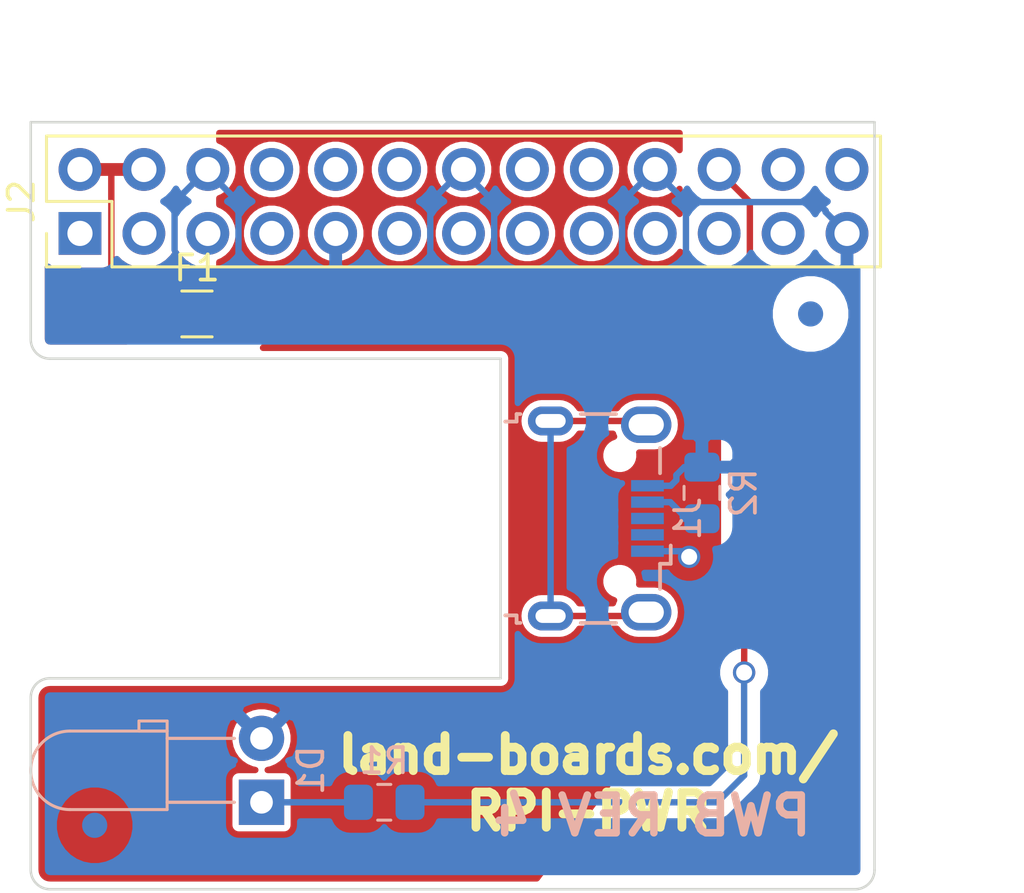
<source format=kicad_pcb>
(kicad_pcb (version 20171130) (host pcbnew "(5.1.5)-3")

  (general
    (thickness 1.6)
    (drawings 17)
    (tracks 50)
    (zones 0)
    (modules 8)
    (nets 8)
  )

  (page A)
  (title_block
    (title RPI-PWR)
    (date 2020-02-07)
    (rev 3)
    (company land-boards.com)
  )

  (layers
    (0 F.Cu signal)
    (31 B.Cu signal hide)
    (36 B.SilkS user)
    (37 F.SilkS user)
    (38 B.Mask user)
    (39 F.Mask user)
    (40 Dwgs.User user)
    (41 Cmts.User user)
    (44 Edge.Cuts user)
  )

  (setup
    (last_trace_width 0.254)
    (user_trace_width 0.2032)
    (user_trace_width 0.635)
    (trace_clearance 0.2032)
    (zone_clearance 0.3048)
    (zone_45_only no)
    (trace_min 0.2032)
    (via_size 0.889)
    (via_drill 0.635)
    (via_min_size 0.889)
    (via_min_drill 0.508)
    (uvia_size 0.508)
    (uvia_drill 0.127)
    (uvias_allowed no)
    (uvia_min_size 0.508)
    (uvia_min_drill 0.127)
    (edge_width 0.1)
    (segment_width 0.2)
    (pcb_text_width 0.3)
    (pcb_text_size 1.5 1.5)
    (mod_edge_width 0.15)
    (mod_text_size 1.27 1.27)
    (mod_text_width 0.254)
    (pad_size 1 1)
    (pad_drill 0)
    (pad_to_mask_clearance 0)
    (aux_axis_origin 0 0)
    (visible_elements 7FFFFF7F)
    (pcbplotparams
      (layerselection 0x010f0_ffffffff)
      (usegerberextensions false)
      (usegerberattributes false)
      (usegerberadvancedattributes false)
      (creategerberjobfile false)
      (excludeedgelayer true)
      (linewidth 0.150000)
      (plotframeref false)
      (viasonmask false)
      (mode 1)
      (useauxorigin false)
      (hpglpennumber 1)
      (hpglpenspeed 20)
      (hpglpendiameter 15.000000)
      (psnegative false)
      (psa4output false)
      (plotreference true)
      (plotvalue true)
      (plotinvisibletext false)
      (padsonsilk false)
      (subtractmaskfromsilk false)
      (outputformat 1)
      (mirror false)
      (drillshape 0)
      (scaleselection 1)
      (outputdirectory "plots/"))
  )

  (net 0 "")
  (net 1 /+5V)
  (net 2 /+5V-USB)
  (net 3 /GND)
  (net 4 /PUP0)
  (net 5 "Net-(J1-Pad4)")
  (net 6 "Net-(J2-Pad22)")
  (net 7 "Net-(J1-Pad6)")

  (net_class Default "This is the default net class."
    (clearance 0.2032)
    (trace_width 0.254)
    (via_dia 0.889)
    (via_drill 0.635)
    (uvia_dia 0.508)
    (uvia_drill 0.127)
    (add_net /+5V)
    (add_net /+5V-USB)
    (add_net /GND)
    (add_net /PUP0)
    (add_net "Net-(J1-Pad4)")
    (add_net "Net-(J1-Pad6)")
    (add_net "Net-(J2-Pad22)")
  )

  (net_class POWER025 ""
    (clearance 0.381)
    (trace_width 0.635)
    (via_dia 0.889)
    (via_drill 0.635)
    (uvia_dia 0.508)
    (uvia_drill 0.127)
  )

  (module Connector_USB:USB_Micro-B_Wuerth_629105150521 (layer B.Cu) (tedit 5A142044) (tstamp 5ED2BC77)
    (at 22.606 15.748 90)
    (descr "USB Micro-B receptacle, http://www.mouser.com/ds/2/445/629105150521-469306.pdf")
    (tags "usb micro receptacle")
    (path /562660F8)
    (attr smd)
    (fp_text reference J1 (at 0 3.5 90) (layer B.SilkS)
      (effects (font (size 1 1) (thickness 0.15)) (justify mirror))
    )
    (fp_text value USB-MICRO-B (at 0 -5.6 90) (layer B.Fab)
      (effects (font (size 1 1) (thickness 0.15)) (justify mirror))
    )
    (fp_line (start -4 2.25) (end -4 -3.15) (layer B.Fab) (width 0.15))
    (fp_line (start -4 -3.15) (end -3.7 -3.15) (layer B.Fab) (width 0.15))
    (fp_line (start -3.7 -3.15) (end -3.7 -4.35) (layer B.Fab) (width 0.15))
    (fp_line (start -3.7 -4.35) (end 3.7 -4.35) (layer B.Fab) (width 0.15))
    (fp_line (start 3.7 -4.35) (end 3.7 -3.15) (layer B.Fab) (width 0.15))
    (fp_line (start 3.7 -3.15) (end 4 -3.15) (layer B.Fab) (width 0.15))
    (fp_line (start 4 -3.15) (end 4 2.25) (layer B.Fab) (width 0.15))
    (fp_line (start 4 2.25) (end -4 2.25) (layer B.Fab) (width 0.15))
    (fp_line (start -2.7 -3.75) (end 2.7 -3.75) (layer B.Fab) (width 0.15))
    (fp_line (start -1.075 2.725) (end -1.3 2.55) (layer B.Fab) (width 0.15))
    (fp_line (start -1.3 2.55) (end -1.525 2.725) (layer B.Fab) (width 0.15))
    (fp_line (start -1.525 2.725) (end -1.525 2.95) (layer B.Fab) (width 0.15))
    (fp_line (start -1.525 2.95) (end -1.075 2.95) (layer B.Fab) (width 0.15))
    (fp_line (start -1.075 2.95) (end -1.075 2.725) (layer B.Fab) (width 0.15))
    (fp_line (start -4.15 0.65) (end -4.15 -0.75) (layer B.SilkS) (width 0.15))
    (fp_line (start -4.15 -3.15) (end -4.15 -3.3) (layer B.SilkS) (width 0.15))
    (fp_line (start -4.15 -3.3) (end -3.85 -3.3) (layer B.SilkS) (width 0.15))
    (fp_line (start -3.85 -3.3) (end -3.85 -3.75) (layer B.SilkS) (width 0.15))
    (fp_line (start 3.85 -3.75) (end 3.85 -3.3) (layer B.SilkS) (width 0.15))
    (fp_line (start 3.85 -3.3) (end 4.15 -3.3) (layer B.SilkS) (width 0.15))
    (fp_line (start 4.15 -3.3) (end 4.15 -3.15) (layer B.SilkS) (width 0.15))
    (fp_line (start 4.15 -0.75) (end 4.15 0.65) (layer B.SilkS) (width 0.15))
    (fp_line (start -1.075 2.825) (end -1.8 2.825) (layer B.SilkS) (width 0.15))
    (fp_line (start -1.8 2.825) (end -1.8 2.4) (layer B.SilkS) (width 0.15))
    (fp_line (start -1.8 2.4) (end -2.8 2.4) (layer B.SilkS) (width 0.15))
    (fp_line (start 1.8 2.4) (end 2.8 2.4) (layer B.SilkS) (width 0.15))
    (fp_line (start -4.94 3.34) (end -4.94 -4.85) (layer B.CrtYd) (width 0.05))
    (fp_line (start -4.94 -4.85) (end 4.95 -4.85) (layer B.CrtYd) (width 0.05))
    (fp_line (start 4.95 -4.85) (end 4.95 3.34) (layer B.CrtYd) (width 0.05))
    (fp_line (start 4.95 3.34) (end -4.94 3.34) (layer B.CrtYd) (width 0.05))
    (fp_text user %R (at 0 -1.05 90) (layer B.Fab)
      (effects (font (size 1 1) (thickness 0.15)) (justify mirror))
    )
    (fp_text user "PCB Edge" (at 0 -3.75 90) (layer Dwgs.User)
      (effects (font (size 0.5 0.5) (thickness 0.08)))
    )
    (pad 1 smd rect (at -1.3 1.9 90) (size 0.45 1.3) (layers B.Cu B.Paste B.Mask)
      (net 2 /+5V-USB))
    (pad 2 smd rect (at -0.65 1.9 90) (size 0.45 1.3) (layers B.Cu B.Paste B.Mask))
    (pad 3 smd rect (at 0 1.9 90) (size 0.45 1.3) (layers B.Cu B.Paste B.Mask))
    (pad 4 smd rect (at 0.65 1.9 90) (size 0.45 1.3) (layers B.Cu B.Paste B.Mask)
      (net 5 "Net-(J1-Pad4)"))
    (pad 5 smd rect (at 1.3 1.9 90) (size 0.45 1.3) (layers B.Cu B.Paste B.Mask)
      (net 3 /GND))
    (pad 6 thru_hole oval (at -3.725 1.85 90) (size 1.45 2) (drill oval 0.85 1.4) (layers *.Cu *.Mask)
      (net 7 "Net-(J1-Pad6)"))
    (pad 6 thru_hole oval (at 3.725 1.85 90) (size 1.45 2) (drill oval 0.85 1.4) (layers *.Cu *.Mask)
      (net 7 "Net-(J1-Pad6)"))
    (pad 6 thru_hole oval (at -3.875 -1.95 90) (size 1.15 1.8) (drill oval 0.55 1.2) (layers *.Cu *.Mask)
      (net 7 "Net-(J1-Pad6)"))
    (pad 6 thru_hole oval (at 3.875 -1.95 90) (size 1.15 1.8) (drill oval 0.55 1.2) (layers *.Cu *.Mask)
      (net 7 "Net-(J1-Pad6)"))
    (pad "" np_thru_hole oval (at -2.5 0.8 90) (size 0.8 0.8) (drill 0.8) (layers *.Cu *.Mask))
    (pad "" np_thru_hole oval (at 2.5 0.8 90) (size 0.8 0.8) (drill 0.8) (layers *.Cu *.Mask))
    (model ${KISYS3DMOD}/Connector_USB.3dshapes/USB_Micro-B_Wuerth_629105150521.wrl
      (at (xyz 0 0 0))
      (scale (xyz 1 1 1))
      (rotate (xyz 0 0 0))
    )
  )

  (module FIDUCIAL (layer B.Cu) (tedit 518BF783) (tstamp 53F20D67)
    (at 30.988 7.62)
    (path /53F2073B)
    (fp_text reference FID1 (at 0 -2.3495) (layer B.SilkS) hide
      (effects (font (size 1.27 1.27) (thickness 0.254)) (justify mirror))
    )
    (fp_text value CONN_1 (at 0.127 2.794) (layer B.SilkS) hide
      (effects (font (size 1.016 1.016) (thickness 0.2032)) (justify mirror))
    )
    (pad 1 smd circle (at 0 0) (size 1 1) (layers B.Cu B.Mask)
      (solder_mask_margin 1) (clearance 1))
  )

  (module FIDUCIAL (layer B.Cu) (tedit 5765A682) (tstamp 53F20D6C)
    (at 2.54 27.94)
    (path /53F2074A)
    (fp_text reference FID2 (at 0 -2.3495) (layer B.SilkS) hide
      (effects (font (size 1.27 1.27) (thickness 0.254)) (justify mirror))
    )
    (fp_text value CONN_1 (at 0.127 2.794) (layer B.SilkS) hide
      (effects (font (size 1.016 1.016) (thickness 0.2032)) (justify mirror))
    )
    (pad 1 smd circle (at 0 0) (size 1 1) (layers B.Cu B.Mask)
      (solder_mask_margin 1) (clearance 1))
  )

  (module LED_THT:LED_D3.0mm_Horizontal_O3.81mm_Z2.0mm (layer B.Cu) (tedit 5880A862) (tstamp 5E3DD90A)
    (at 9.1694 27.0256 90)
    (descr "LED, diameter 3.0mm z-position of LED center 2.0mm, 2 pins, diameter 3.0mm z-position of LED center 2.0mm, 2 pins")
    (tags "LED diameter 3.0mm z-position of LED center 2.0mm 2 pins diameter 3.0mm z-position of LED center 2.0mm 2 pins")
    (path /548489AA)
    (fp_text reference D1 (at 1.27 1.96 90) (layer B.SilkS)
      (effects (font (size 1 1) (thickness 0.15)) (justify mirror))
    )
    (fp_text value LED (at 1.27 -10.17 90) (layer B.Fab)
      (effects (font (size 1 1) (thickness 0.15)) (justify mirror))
    )
    (fp_arc (start 1.27 -7.61) (end -0.23 -7.61) (angle 180) (layer B.Fab) (width 0.1))
    (fp_arc (start 1.27 -7.61) (end -0.29 -7.61) (angle 180) (layer B.SilkS) (width 0.12))
    (fp_line (start -0.23 -3.81) (end -0.23 -7.61) (layer B.Fab) (width 0.1))
    (fp_line (start 2.77 -3.81) (end 2.77 -7.61) (layer B.Fab) (width 0.1))
    (fp_line (start -0.23 -3.81) (end 2.77 -3.81) (layer B.Fab) (width 0.1))
    (fp_line (start 3.17 -3.81) (end 3.17 -4.81) (layer B.Fab) (width 0.1))
    (fp_line (start 3.17 -4.81) (end 2.77 -4.81) (layer B.Fab) (width 0.1))
    (fp_line (start 2.77 -4.81) (end 2.77 -3.81) (layer B.Fab) (width 0.1))
    (fp_line (start 2.77 -3.81) (end 3.17 -3.81) (layer B.Fab) (width 0.1))
    (fp_line (start 0 0) (end 0 -3.81) (layer B.Fab) (width 0.1))
    (fp_line (start 0 -3.81) (end 0 -3.81) (layer B.Fab) (width 0.1))
    (fp_line (start 0 -3.81) (end 0 0) (layer B.Fab) (width 0.1))
    (fp_line (start 0 0) (end 0 0) (layer B.Fab) (width 0.1))
    (fp_line (start 2.54 0) (end 2.54 -3.81) (layer B.Fab) (width 0.1))
    (fp_line (start 2.54 -3.81) (end 2.54 -3.81) (layer B.Fab) (width 0.1))
    (fp_line (start 2.54 -3.81) (end 2.54 0) (layer B.Fab) (width 0.1))
    (fp_line (start 2.54 0) (end 2.54 0) (layer B.Fab) (width 0.1))
    (fp_line (start -0.29 -3.75) (end -0.29 -7.61) (layer B.SilkS) (width 0.12))
    (fp_line (start 2.83 -3.75) (end 2.83 -7.61) (layer B.SilkS) (width 0.12))
    (fp_line (start -0.29 -3.75) (end 2.83 -3.75) (layer B.SilkS) (width 0.12))
    (fp_line (start 3.23 -3.75) (end 3.23 -4.87) (layer B.SilkS) (width 0.12))
    (fp_line (start 3.23 -4.87) (end 2.83 -4.87) (layer B.SilkS) (width 0.12))
    (fp_line (start 2.83 -4.87) (end 2.83 -3.75) (layer B.SilkS) (width 0.12))
    (fp_line (start 2.83 -3.75) (end 3.23 -3.75) (layer B.SilkS) (width 0.12))
    (fp_line (start 0 -1.08) (end 0 -3.75) (layer B.SilkS) (width 0.12))
    (fp_line (start 0 -3.75) (end 0 -3.75) (layer B.SilkS) (width 0.12))
    (fp_line (start 0 -3.75) (end 0 -1.08) (layer B.SilkS) (width 0.12))
    (fp_line (start 0 -1.08) (end 0 -1.08) (layer B.SilkS) (width 0.12))
    (fp_line (start 2.54 -1.08) (end 2.54 -3.75) (layer B.SilkS) (width 0.12))
    (fp_line (start 2.54 -3.75) (end 2.54 -3.75) (layer B.SilkS) (width 0.12))
    (fp_line (start 2.54 -3.75) (end 2.54 -1.08) (layer B.SilkS) (width 0.12))
    (fp_line (start 2.54 -1.08) (end 2.54 -1.08) (layer B.SilkS) (width 0.12))
    (fp_line (start -1.25 1.25) (end -1.25 -9.45) (layer B.CrtYd) (width 0.05))
    (fp_line (start -1.25 -9.45) (end 3.75 -9.45) (layer B.CrtYd) (width 0.05))
    (fp_line (start 3.75 -9.45) (end 3.75 1.25) (layer B.CrtYd) (width 0.05))
    (fp_line (start 3.75 1.25) (end -1.25 1.25) (layer B.CrtYd) (width 0.05))
    (pad 1 thru_hole rect (at 0 0 90) (size 1.8 1.8) (drill 0.9) (layers *.Cu *.Mask)
      (net 4 /PUP0))
    (pad 2 thru_hole circle (at 2.54 0 90) (size 1.8 1.8) (drill 0.9) (layers *.Cu *.Mask)
      (net 3 /GND))
    (model ${KISYS3DMOD}/LED_THT.3dshapes/LED_D3.0mm_Horizontal_O3.81mm_Z2.0mm.wrl
      (at (xyz 0 0 0))
      (scale (xyz 1 1 1))
      (rotate (xyz 0 0 0))
    )
  )

  (module Resistor_SMD:R_1206_3216Metric_Pad1.42x1.75mm_HandSolder (layer F.Cu) (tedit 5B301BBD) (tstamp 5E3DD933)
    (at 6.604 7.62)
    (descr "Resistor SMD 1206 (3216 Metric), square (rectangular) end terminal, IPC_7351 nominal with elongated pad for handsoldering. (Body size source: http://www.tortai-tech.com/upload/download/2011102023233369053.pdf), generated with kicad-footprint-generator")
    (tags "resistor handsolder")
    (path /5765A9D0)
    (attr smd)
    (fp_text reference F1 (at 0 -1.82) (layer F.SilkS)
      (effects (font (size 1 1) (thickness 0.15)))
    )
    (fp_text value FUSE (at 0 1.82) (layer F.Fab)
      (effects (font (size 1 1) (thickness 0.15)))
    )
    (fp_line (start -1.6 0.8) (end -1.6 -0.8) (layer F.Fab) (width 0.1))
    (fp_line (start -1.6 -0.8) (end 1.6 -0.8) (layer F.Fab) (width 0.1))
    (fp_line (start 1.6 -0.8) (end 1.6 0.8) (layer F.Fab) (width 0.1))
    (fp_line (start 1.6 0.8) (end -1.6 0.8) (layer F.Fab) (width 0.1))
    (fp_line (start -0.602064 -0.91) (end 0.602064 -0.91) (layer F.SilkS) (width 0.12))
    (fp_line (start -0.602064 0.91) (end 0.602064 0.91) (layer F.SilkS) (width 0.12))
    (fp_line (start -2.45 1.12) (end -2.45 -1.12) (layer F.CrtYd) (width 0.05))
    (fp_line (start -2.45 -1.12) (end 2.45 -1.12) (layer F.CrtYd) (width 0.05))
    (fp_line (start 2.45 -1.12) (end 2.45 1.12) (layer F.CrtYd) (width 0.05))
    (fp_line (start 2.45 1.12) (end -2.45 1.12) (layer F.CrtYd) (width 0.05))
    (fp_text user %R (at 0 0) (layer F.Fab)
      (effects (font (size 0.8 0.8) (thickness 0.12)))
    )
    (pad 1 smd roundrect (at -1.4875 0) (size 1.425 1.75) (layers F.Cu F.Paste F.Mask) (roundrect_rratio 0.175439)
      (net 1 /+5V))
    (pad 2 smd roundrect (at 1.4875 0) (size 1.425 1.75) (layers F.Cu F.Paste F.Mask) (roundrect_rratio 0.175439)
      (net 2 /+5V-USB))
    (model ${KISYS3DMOD}/Resistor_SMD.3dshapes/R_1206_3216Metric.wrl
      (at (xyz 0 0 0))
      (scale (xyz 1 1 1))
      (rotate (xyz 0 0 0))
    )
  )

  (module Connector_PinHeader_2.54mm:PinHeader_2x13_P2.54mm_Vertical (layer F.Cu) (tedit 59FED5CC) (tstamp 5E3DD96B)
    (at 1.9558 4.4196 90)
    (descr "Through hole straight pin header, 2x13, 2.54mm pitch, double rows")
    (tags "Through hole pin header THT 2x13 2.54mm double row")
    (path /54848B62)
    (fp_text reference J2 (at 1.27 -2.33 90) (layer F.SilkS)
      (effects (font (size 1 1) (thickness 0.15)))
    )
    (fp_text value "CONN, FEM, 2X13" (at 1.27 32.81 90) (layer F.Fab)
      (effects (font (size 1 1) (thickness 0.15)))
    )
    (fp_line (start 0 -1.27) (end 3.81 -1.27) (layer F.Fab) (width 0.1))
    (fp_line (start 3.81 -1.27) (end 3.81 31.75) (layer F.Fab) (width 0.1))
    (fp_line (start 3.81 31.75) (end -1.27 31.75) (layer F.Fab) (width 0.1))
    (fp_line (start -1.27 31.75) (end -1.27 0) (layer F.Fab) (width 0.1))
    (fp_line (start -1.27 0) (end 0 -1.27) (layer F.Fab) (width 0.1))
    (fp_line (start -1.33 31.81) (end 3.87 31.81) (layer F.SilkS) (width 0.12))
    (fp_line (start -1.33 1.27) (end -1.33 31.81) (layer F.SilkS) (width 0.12))
    (fp_line (start 3.87 -1.33) (end 3.87 31.81) (layer F.SilkS) (width 0.12))
    (fp_line (start -1.33 1.27) (end 1.27 1.27) (layer F.SilkS) (width 0.12))
    (fp_line (start 1.27 1.27) (end 1.27 -1.33) (layer F.SilkS) (width 0.12))
    (fp_line (start 1.27 -1.33) (end 3.87 -1.33) (layer F.SilkS) (width 0.12))
    (fp_line (start -1.33 0) (end -1.33 -1.33) (layer F.SilkS) (width 0.12))
    (fp_line (start -1.33 -1.33) (end 0 -1.33) (layer F.SilkS) (width 0.12))
    (fp_line (start -1.8 -1.8) (end -1.8 32.25) (layer F.CrtYd) (width 0.05))
    (fp_line (start -1.8 32.25) (end 4.35 32.25) (layer F.CrtYd) (width 0.05))
    (fp_line (start 4.35 32.25) (end 4.35 -1.8) (layer F.CrtYd) (width 0.05))
    (fp_line (start 4.35 -1.8) (end -1.8 -1.8) (layer F.CrtYd) (width 0.05))
    (fp_text user %R (at 1.27 15.24) (layer F.Fab)
      (effects (font (size 1 1) (thickness 0.15)))
    )
    (pad 1 thru_hole rect (at 0 0 90) (size 1.7 1.7) (drill 1) (layers *.Cu *.Mask))
    (pad 2 thru_hole oval (at 2.54 0 90) (size 1.7 1.7) (drill 1) (layers *.Cu *.Mask)
      (net 1 /+5V))
    (pad 3 thru_hole oval (at 0 2.54 90) (size 1.7 1.7) (drill 1) (layers *.Cu *.Mask))
    (pad 4 thru_hole oval (at 2.54 2.54 90) (size 1.7 1.7) (drill 1) (layers *.Cu *.Mask)
      (net 1 /+5V))
    (pad 5 thru_hole oval (at 0 5.08 90) (size 1.7 1.7) (drill 1) (layers *.Cu *.Mask))
    (pad 6 thru_hole oval (at 2.54 5.08 90) (size 1.7 1.7) (drill 1) (layers *.Cu *.Mask)
      (net 3 /GND))
    (pad 7 thru_hole oval (at 0 7.62 90) (size 1.7 1.7) (drill 1) (layers *.Cu *.Mask))
    (pad 8 thru_hole oval (at 2.54 7.62 90) (size 1.7 1.7) (drill 1) (layers *.Cu *.Mask))
    (pad 9 thru_hole oval (at 0 10.16 90) (size 1.7 1.7) (drill 1) (layers *.Cu *.Mask)
      (net 3 /GND))
    (pad 10 thru_hole oval (at 2.54 10.16 90) (size 1.7 1.7) (drill 1) (layers *.Cu *.Mask))
    (pad 11 thru_hole oval (at 0 12.7 90) (size 1.7 1.7) (drill 1) (layers *.Cu *.Mask))
    (pad 12 thru_hole oval (at 2.54 12.7 90) (size 1.7 1.7) (drill 1) (layers *.Cu *.Mask))
    (pad 13 thru_hole oval (at 0 15.24 90) (size 1.7 1.7) (drill 1) (layers *.Cu *.Mask))
    (pad 14 thru_hole oval (at 2.54 15.24 90) (size 1.7 1.7) (drill 1) (layers *.Cu *.Mask)
      (net 3 /GND))
    (pad 15 thru_hole oval (at 0 17.78 90) (size 1.7 1.7) (drill 1) (layers *.Cu *.Mask))
    (pad 16 thru_hole oval (at 2.54 17.78 90) (size 1.7 1.7) (drill 1) (layers *.Cu *.Mask))
    (pad 17 thru_hole oval (at 0 20.32 90) (size 1.7 1.7) (drill 1) (layers *.Cu *.Mask))
    (pad 18 thru_hole oval (at 2.54 20.32 90) (size 1.7 1.7) (drill 1) (layers *.Cu *.Mask))
    (pad 19 thru_hole oval (at 0 22.86 90) (size 1.7 1.7) (drill 1) (layers *.Cu *.Mask))
    (pad 20 thru_hole oval (at 2.54 22.86 90) (size 1.7 1.7) (drill 1) (layers *.Cu *.Mask)
      (net 3 /GND))
    (pad 21 thru_hole oval (at 0 25.4 90) (size 1.7 1.7) (drill 1) (layers *.Cu *.Mask))
    (pad 22 thru_hole oval (at 2.54 25.4 90) (size 1.7 1.7) (drill 1) (layers *.Cu *.Mask)
      (net 6 "Net-(J2-Pad22)"))
    (pad 23 thru_hole oval (at 0 27.94 90) (size 1.7 1.7) (drill 1) (layers *.Cu *.Mask))
    (pad 24 thru_hole oval (at 2.54 27.94 90) (size 1.7 1.7) (drill 1) (layers *.Cu *.Mask))
    (pad 25 thru_hole oval (at 0 30.48 90) (size 1.7 1.7) (drill 1) (layers *.Cu *.Mask)
      (net 3 /GND))
    (pad 26 thru_hole oval (at 2.54 30.48 90) (size 1.7 1.7) (drill 1) (layers *.Cu *.Mask))
    (model ${KISYS3DMOD}/Connector_PinHeader_2.54mm.3dshapes/PinHeader_2x13_P2.54mm_Vertical.wrl
      (at (xyz 0 0 0))
      (scale (xyz 1 1 1))
      (rotate (xyz 0 0 0))
    )
  )

  (module Resistor_SMD:R_0805_2012Metric_Pad1.15x1.40mm_HandSolder (layer B.Cu) (tedit 5B36C52B) (tstamp 5E3DD99A)
    (at 14.0462 27.0256 180)
    (descr "Resistor SMD 0805 (2012 Metric), square (rectangular) end terminal, IPC_7351 nominal with elongated pad for handsoldering. (Body size source: https://docs.google.com/spreadsheets/d/1BsfQQcO9C6DZCsRaXUlFlo91Tg2WpOkGARC1WS5S8t0/edit?usp=sharing), generated with kicad-footprint-generator")
    (tags "resistor handsolder")
    (path /54848962)
    (attr smd)
    (fp_text reference R1 (at 0 1.65) (layer B.SilkS)
      (effects (font (size 1 1) (thickness 0.15)) (justify mirror))
    )
    (fp_text value 270 (at 0 -1.65) (layer B.Fab)
      (effects (font (size 1 1) (thickness 0.15)) (justify mirror))
    )
    (fp_line (start -1 -0.6) (end -1 0.6) (layer B.Fab) (width 0.1))
    (fp_line (start -1 0.6) (end 1 0.6) (layer B.Fab) (width 0.1))
    (fp_line (start 1 0.6) (end 1 -0.6) (layer B.Fab) (width 0.1))
    (fp_line (start 1 -0.6) (end -1 -0.6) (layer B.Fab) (width 0.1))
    (fp_line (start -0.261252 0.71) (end 0.261252 0.71) (layer B.SilkS) (width 0.12))
    (fp_line (start -0.261252 -0.71) (end 0.261252 -0.71) (layer B.SilkS) (width 0.12))
    (fp_line (start -1.85 -0.95) (end -1.85 0.95) (layer B.CrtYd) (width 0.05))
    (fp_line (start -1.85 0.95) (end 1.85 0.95) (layer B.CrtYd) (width 0.05))
    (fp_line (start 1.85 0.95) (end 1.85 -0.95) (layer B.CrtYd) (width 0.05))
    (fp_line (start 1.85 -0.95) (end -1.85 -0.95) (layer B.CrtYd) (width 0.05))
    (fp_text user %R (at 0 0) (layer B.Fab)
      (effects (font (size 0.5 0.5) (thickness 0.08)) (justify mirror))
    )
    (pad 1 smd roundrect (at -1.025 0 180) (size 1.15 1.4) (layers B.Cu B.Paste B.Mask) (roundrect_rratio 0.217391)
      (net 6 "Net-(J2-Pad22)"))
    (pad 2 smd roundrect (at 1.025 0 180) (size 1.15 1.4) (layers B.Cu B.Paste B.Mask) (roundrect_rratio 0.217391)
      (net 4 /PUP0))
    (model ${KISYS3DMOD}/Resistor_SMD.3dshapes/R_0805_2012Metric.wrl
      (at (xyz 0 0 0))
      (scale (xyz 1 1 1))
      (rotate (xyz 0 0 0))
    )
  )

  (module Resistor_SMD:R_0805_2012Metric_Pad1.15x1.40mm_HandSolder (layer B.Cu) (tedit 5B36C52B) (tstamp 5E3DD9AA)
    (at 26.67 14.732 90)
    (descr "Resistor SMD 0805 (2012 Metric), square (rectangular) end terminal, IPC_7351 nominal with elongated pad for handsoldering. (Body size source: https://docs.google.com/spreadsheets/d/1BsfQQcO9C6DZCsRaXUlFlo91Tg2WpOkGARC1WS5S8t0/edit?usp=sharing), generated with kicad-footprint-generator")
    (tags "resistor handsolder")
    (path /562667AB)
    (attr smd)
    (fp_text reference R2 (at 0 1.65 90) (layer B.SilkS)
      (effects (font (size 1 1) (thickness 0.15)) (justify mirror))
    )
    (fp_text value 130K (at 0 -1.65 90) (layer B.Fab)
      (effects (font (size 1 1) (thickness 0.15)) (justify mirror))
    )
    (fp_text user %R (at 0 0 90) (layer B.Fab)
      (effects (font (size 0.5 0.5) (thickness 0.08)) (justify mirror))
    )
    (fp_line (start 1.85 -0.95) (end -1.85 -0.95) (layer B.CrtYd) (width 0.05))
    (fp_line (start 1.85 0.95) (end 1.85 -0.95) (layer B.CrtYd) (width 0.05))
    (fp_line (start -1.85 0.95) (end 1.85 0.95) (layer B.CrtYd) (width 0.05))
    (fp_line (start -1.85 -0.95) (end -1.85 0.95) (layer B.CrtYd) (width 0.05))
    (fp_line (start -0.261252 -0.71) (end 0.261252 -0.71) (layer B.SilkS) (width 0.12))
    (fp_line (start -0.261252 0.71) (end 0.261252 0.71) (layer B.SilkS) (width 0.12))
    (fp_line (start 1 -0.6) (end -1 -0.6) (layer B.Fab) (width 0.1))
    (fp_line (start 1 0.6) (end 1 -0.6) (layer B.Fab) (width 0.1))
    (fp_line (start -1 0.6) (end 1 0.6) (layer B.Fab) (width 0.1))
    (fp_line (start -1 -0.6) (end -1 0.6) (layer B.Fab) (width 0.1))
    (pad 2 smd roundrect (at 1.025 0 90) (size 1.15 1.4) (layers B.Cu B.Paste B.Mask) (roundrect_rratio 0.217391)
      (net 3 /GND))
    (pad 1 smd roundrect (at -1.025 0 90) (size 1.15 1.4) (layers B.Cu B.Paste B.Mask) (roundrect_rratio 0.217391)
      (net 5 "Net-(J1-Pad4)"))
    (model ${KISYS3DMOD}/Resistor_SMD.3dshapes/R_0805_2012Metric.wrl
      (at (xyz 0 0 0))
      (scale (xyz 1 1 1))
      (rotate (xyz 0 0 0))
    )
  )

  (dimension 18.669432 (width 0.3) (layer Dwgs.User)
    (gr_text "0.7350 in" (at 9.360109 18.269915 359.6102388) (layer Dwgs.User)
      (effects (font (size 1.5 1.5) (thickness 0.3)))
    )
    (feature1 (pts (xy 0 21.971) (xy 0.034793 16.856446)))
    (feature2 (pts (xy 18.669 22.098) (xy 18.703793 16.983446)))
    (crossbar (pts (xy 18.685426 19.683384) (xy 0.016426 19.556384)))
    (arrow1a (pts (xy 0.016426 19.556384) (xy 1.146893 18.97764)))
    (arrow1b (pts (xy 0.016426 19.556384) (xy 1.138915 20.150454)))
    (arrow2a (pts (xy 18.685426 19.683384) (xy 17.562937 19.089314)))
    (arrow2b (pts (xy 18.685426 19.683384) (xy 17.554959 20.262128)))
  )
  (gr_line (start 18.669 9.398) (end 0.762 9.398) (angle 90) (layer Edge.Cuts) (width 0.1))
  (gr_line (start 0.762 22.098) (end 18.669 22.098) (angle 90) (layer Edge.Cuts) (width 0.1))
  (dimension 30.48 (width 0.3) (layer Dwgs.User)
    (gr_text "1.2000 in" (at 36.782999 15.24 270) (layer Dwgs.User)
      (effects (font (size 1.5 1.5) (thickness 0.3)))
    )
    (feature1 (pts (xy 33.528 30.48) (xy 38.132999 30.48)))
    (feature2 (pts (xy 33.528 0) (xy 38.132999 0)))
    (crossbar (pts (xy 35.432999 0) (xy 35.432999 30.48)))
    (arrow1a (pts (xy 35.432999 30.48) (xy 34.846578 29.353496)))
    (arrow1b (pts (xy 35.432999 30.48) (xy 36.01942 29.353496)))
    (arrow2a (pts (xy 35.432999 0) (xy 34.846578 1.126504)))
    (arrow2b (pts (xy 35.432999 0) (xy 36.01942 1.126504)))
  )
  (dimension 33.528 (width 0.3) (layer Dwgs.User)
    (gr_text "1.3200 in" (at 16.764 -3.001) (layer Dwgs.User)
      (effects (font (size 1.5 1.5) (thickness 0.3)))
    )
    (feature1 (pts (xy 33.528 0) (xy 33.528 -4.351)))
    (feature2 (pts (xy 0 0) (xy 0 -4.351)))
    (crossbar (pts (xy 0 -1.651) (xy 33.528 -1.651)))
    (arrow1a (pts (xy 33.528 -1.651) (xy 32.401496 -1.064579)))
    (arrow1b (pts (xy 33.528 -1.651) (xy 32.401496 -2.237421)))
    (arrow2a (pts (xy 0 -1.651) (xy 1.126504 -1.064579)))
    (arrow2b (pts (xy 0 -1.651) (xy 1.126504 -2.237421)))
  )
  (gr_line (start 0.762 30.48) (end 32.766 30.48) (angle 90) (layer Edge.Cuts) (width 0.1))
  (gr_line (start 33.528 0) (end 0 0) (angle 90) (layer Edge.Cuts) (width 0.1))
  (gr_line (start 33.528 29.718) (end 33.528 0) (angle 90) (layer Edge.Cuts) (width 0.1))
  (gr_arc (start 32.766 29.718) (end 33.528 29.718) (angle 90) (layer Edge.Cuts) (width 0.1))
  (gr_line (start 0 22.86) (end 0 29.718) (angle 90) (layer Edge.Cuts) (width 0.1))
  (gr_arc (start 0.762 29.718) (end 0.762 30.48) (angle 90) (layer Edge.Cuts) (width 0.1) (tstamp 5765A058))
  (gr_line (start 18.669 9.398) (end 18.669 22.098) (angle 90) (layer Edge.Cuts) (width 0.1))
  (gr_line (start 0 8.636) (end 0 0) (angle 90) (layer Edge.Cuts) (width 0.1))
  (gr_arc (start 0.762 8.636) (end 0.762 9.398) (angle 90) (layer Edge.Cuts) (width 0.1))
  (gr_arc (start 0.762 22.86) (end 0 22.86) (angle 90) (layer Edge.Cuts) (width 0.1))
  (gr_text "PWB REV 4" (at 24.6888 27.559) (layer B.SilkS)
    (effects (font (size 1.5 1.5) (thickness 0.3)) (justify mirror))
  )
  (gr_text "land-boards.com/\nRPI-PWR" (at 22.1488 26.2636) (layer F.SilkS)
    (effects (font (size 1.397 1.397) (thickness 0.34925)))
  )

  (segment (start 1.905 1.905) (end 1.929 1.905) (width 0.254) (layer F.Cu) (net 1) (status 30))
  (segment (start 3.2004 1.8796) (end 3.2004 6.2484) (width 0.254) (layer F.Cu) (net 1))
  (segment (start 3.2004 1.8796) (end 4.4958 1.8796) (width 0.254) (layer F.Cu) (net 1) (status 20))
  (segment (start 1.9558 1.8796) (end 3.2004 1.8796) (width 0.254) (layer F.Cu) (net 1) (status 10))
  (via (at 26.162 17.272) (size 0.889) (drill 0.635) (layers F.Cu B.Cu) (net 2))
  (segment (start 24.506 17.048) (end 25.938 17.048) (width 0.254) (layer B.Cu) (net 2))
  (segment (start 25.938 17.048) (end 26.162 17.272) (width 0.254) (layer B.Cu) (net 2))
  (segment (start 12.065 4.445) (end 12.139 4.445) (width 0.254) (layer F.Cu) (net 3) (status 30))
  (segment (start 31.242 3.175) (end 26.035 3.175) (width 0.254) (layer B.Cu) (net 3))
  (segment (start 8.255 5.207) (end 8.255 3.175) (width 0.254) (layer B.Cu) (net 3))
  (segment (start 8.255 3.175) (end 6.985 1.905) (width 0.254) (layer B.Cu) (net 3) (tstamp 5484946E) (status 20))
  (segment (start 26.035 5.334) (end 26.035 3.175) (width 0.254) (layer B.Cu) (net 3))
  (segment (start 26.035 3.175) (end 24.765 1.905) (width 0.254) (layer B.Cu) (net 3) (tstamp 54849488) (status 20))
  (segment (start 18.415 5.334) (end 18.415 3.175) (width 0.254) (layer B.Cu) (net 3))
  (segment (start 18.415 3.175) (end 17.145 1.905) (width 0.254) (layer B.Cu) (net 3) (tstamp 5484947E) (status 20))
  (segment (start 5.715 5.08) (end 5.715 3.175) (width 0.254) (layer B.Cu) (net 3))
  (segment (start 5.715 3.175) (end 6.985 1.905) (width 0.254) (layer B.Cu) (net 3) (tstamp 54849476) (status 20))
  (segment (start 23.495 5.461) (end 23.495 3.175) (width 0.254) (layer B.Cu) (net 3))
  (segment (start 23.495 3.175) (end 24.765 1.905) (width 0.254) (layer B.Cu) (net 3) (tstamp 54849457) (status 20))
  (segment (start 15.875 5.207) (end 15.875 3.175) (width 0.254) (layer B.Cu) (net 3))
  (segment (start 15.875 3.175) (end 17.145 1.905) (width 0.254) (layer B.Cu) (net 3) (tstamp 54849449) (status 20))
  (segment (start 31.585801 3.518801) (end 31.242 3.175) (width 0.254) (layer B.Cu) (net 3))
  (segment (start 31.585801 3.569601) (end 31.585801 3.518801) (width 0.254) (layer B.Cu) (net 3))
  (segment (start 32.4358 4.4196) (end 31.585801 3.569601) (width 0.254) (layer B.Cu) (net 3) (status 10))
  (segment (start 24.506 14.448) (end 25.43 14.448) (width 0.254) (layer B.Cu) (net 3))
  (segment (start 25.43 14.448) (end 25.654 14.224) (width 0.254) (layer B.Cu) (net 3))
  (segment (start 25.97 13.707) (end 26.67 13.707) (width 0.254) (layer B.Cu) (net 3))
  (segment (start 25.654 14.023) (end 25.97 13.707) (width 0.254) (layer B.Cu) (net 3))
  (segment (start 25.654 14.224) (end 25.654 14.023) (width 0.254) (layer B.Cu) (net 3))
  (segment (start 10.3234 27.0256) (end 13.0212 27.0256) (width 0.254) (layer B.Cu) (net 4) (status 20))
  (segment (start 9.1694 27.0256) (end 10.3234 27.0256) (width 0.254) (layer B.Cu) (net 4) (status 10))
  (segment (start 25.41 15.098) (end 25.908 15.596) (width 0.254) (layer B.Cu) (net 5))
  (segment (start 24.506 15.098) (end 25.41 15.098) (width 0.254) (layer B.Cu) (net 5))
  (segment (start 25.97 15.757) (end 26.67 15.757) (width 0.254) (layer B.Cu) (net 5))
  (segment (start 25.908 15.695) (end 25.97 15.757) (width 0.254) (layer B.Cu) (net 5))
  (segment (start 25.908 15.596) (end 25.908 15.695) (width 0.254) (layer B.Cu) (net 5))
  (segment (start 15.0712 27.0256) (end 27.2796 27.0256) (width 0.254) (layer B.Cu) (net 6) (status 10))
  (via (at 28.3464 21.8694) (size 0.889) (drill 0.635) (layers F.Cu B.Cu) (net 6))
  (segment (start 27.2796 27.0256) (end 28.3464 25.9588) (width 0.254) (layer B.Cu) (net 6))
  (segment (start 28.3464 25.9588) (end 28.3464 21.8694) (width 0.254) (layer B.Cu) (net 6))
  (segment (start 28.4226 6.9342) (end 28.3464 21.8694) (width 0.254) (layer F.Cu) (net 6))
  (segment (start 28.575 3.175) (end 28.575 6.7818) (width 0.254) (layer F.Cu) (net 6))
  (segment (start 28.575 6.7818) (end 28.4226 6.9342) (width 0.254) (layer F.Cu) (net 6))
  (segment (start 27.305 1.905) (end 28.575 3.175) (width 0.254) (layer F.Cu) (net 6) (status 10))
  (segment (start 24.306 19.623) (end 24.456 19.473) (width 0.254) (layer B.Cu) (net 7))
  (segment (start 20.656 19.623) (end 20.656 11.873) (width 0.254) (layer B.Cu) (net 7))
  (segment (start 24.306 11.873) (end 24.456 12.023) (width 0.254) (layer F.Cu) (net 7))
  (segment (start 20.656 11.873) (end 24.306 11.873) (width 0.254) (layer F.Cu) (net 7))
  (segment (start 24.306 19.623) (end 24.456 19.473) (width 0.254) (layer F.Cu) (net 7))
  (segment (start 20.656 19.623) (end 24.306 19.623) (width 0.254) (layer F.Cu) (net 7))

  (zone (net 3) (net_name /GND) (layer B.Cu) (tstamp 5E3DDE19) (hatch edge 0.508)
    (connect_pads (clearance 0.508))
    (min_thickness 0.254)
    (fill yes (arc_segments 16) (thermal_gap 0.508) (thermal_bridge_width 0.508))
    (polygon
      (pts
        (xy 0 0) (xy 33.655 0) (xy 33.655 30.48) (xy 0 30.48)
      )
    )
    (filled_polygon
      (pts
        (xy 12.2428 4.2926) (xy 12.2628 4.2926) (xy 12.2628 4.5466) (xy 12.2428 4.5466) (xy 12.2428 5.739755)
        (xy 12.47269 5.861076) (xy 12.619899 5.816425) (xy 12.88272 5.691241) (xy 13.116069 5.517188) (xy 13.310978 5.300955)
        (xy 13.380605 5.184066) (xy 13.502325 5.366232) (xy 13.709168 5.573075) (xy 13.952389 5.73559) (xy 14.222642 5.847532)
        (xy 14.50954 5.9046) (xy 14.80206 5.9046) (xy 15.088958 5.847532) (xy 15.359211 5.73559) (xy 15.602432 5.573075)
        (xy 15.809275 5.366232) (xy 15.9258 5.19184) (xy 16.042325 5.366232) (xy 16.249168 5.573075) (xy 16.492389 5.73559)
        (xy 16.762642 5.847532) (xy 17.04954 5.9046) (xy 17.34206 5.9046) (xy 17.628958 5.847532) (xy 17.899211 5.73559)
        (xy 18.142432 5.573075) (xy 18.349275 5.366232) (xy 18.4658 5.19184) (xy 18.582325 5.366232) (xy 18.789168 5.573075)
        (xy 19.032389 5.73559) (xy 19.302642 5.847532) (xy 19.58954 5.9046) (xy 19.88206 5.9046) (xy 20.168958 5.847532)
        (xy 20.439211 5.73559) (xy 20.682432 5.573075) (xy 20.889275 5.366232) (xy 21.0058 5.19184) (xy 21.122325 5.366232)
        (xy 21.329168 5.573075) (xy 21.572389 5.73559) (xy 21.842642 5.847532) (xy 22.12954 5.9046) (xy 22.42206 5.9046)
        (xy 22.708958 5.847532) (xy 22.979211 5.73559) (xy 23.222432 5.573075) (xy 23.429275 5.366232) (xy 23.5458 5.19184)
        (xy 23.662325 5.366232) (xy 23.869168 5.573075) (xy 24.112389 5.73559) (xy 24.382642 5.847532) (xy 24.66954 5.9046)
        (xy 24.96206 5.9046) (xy 25.248958 5.847532) (xy 25.519211 5.73559) (xy 25.762432 5.573075) (xy 25.969275 5.366232)
        (xy 26.0858 5.19184) (xy 26.202325 5.366232) (xy 26.409168 5.573075) (xy 26.652389 5.73559) (xy 26.922642 5.847532)
        (xy 27.20954 5.9046) (xy 27.50206 5.9046) (xy 27.788958 5.847532) (xy 28.059211 5.73559) (xy 28.302432 5.573075)
        (xy 28.509275 5.366232) (xy 28.6258 5.19184) (xy 28.742325 5.366232) (xy 28.949168 5.573075) (xy 29.192389 5.73559)
        (xy 29.462642 5.847532) (xy 29.74954 5.9046) (xy 30.04206 5.9046) (xy 30.328958 5.847532) (xy 30.599211 5.73559)
        (xy 30.842432 5.573075) (xy 31.049275 5.366232) (xy 31.170995 5.184066) (xy 31.240622 5.300955) (xy 31.435531 5.517188)
        (xy 31.66888 5.691241) (xy 31.931701 5.816425) (xy 32.07891 5.861076) (xy 32.3088 5.739755) (xy 32.3088 4.5466)
        (xy 32.2888 4.5466) (xy 32.2888 4.2926) (xy 32.3088 4.2926) (xy 32.3088 4.2726) (xy 32.5628 4.2726)
        (xy 32.5628 4.2926) (xy 32.5828 4.2926) (xy 32.5828 4.5466) (xy 32.5628 4.5466) (xy 32.5628 5.739755)
        (xy 32.79269 5.861076) (xy 32.843001 5.845816) (xy 32.843 29.684497) (xy 32.838311 29.732317) (xy 32.834152 29.746093)
        (xy 32.827399 29.758792) (xy 32.818304 29.769944) (xy 32.80722 29.779114) (xy 32.79457 29.785954) (xy 32.780825 29.790208)
        (xy 32.735235 29.795) (xy 0.795503 29.795) (xy 0.747683 29.790311) (xy 0.733907 29.786152) (xy 0.721208 29.779399)
        (xy 0.710056 29.770304) (xy 0.700886 29.75922) (xy 0.694046 29.74657) (xy 0.689792 29.732825) (xy 0.685 29.687235)
        (xy 0.685 27.779755) (xy 0.913 27.779755) (xy 0.913 28.100245) (xy 0.975525 28.414578) (xy 1.098172 28.710673)
        (xy 1.276227 28.977152) (xy 1.502848 29.203773) (xy 1.769327 29.381828) (xy 2.065422 29.504475) (xy 2.379755 29.567)
        (xy 2.700245 29.567) (xy 3.014578 29.504475) (xy 3.310673 29.381828) (xy 3.577152 29.203773) (xy 3.803773 28.977152)
        (xy 3.981828 28.710673) (xy 4.104475 28.414578) (xy 4.167 28.100245) (xy 4.167 27.779755) (xy 4.104475 27.465422)
        (xy 3.981828 27.169327) (xy 3.803773 26.902848) (xy 3.577152 26.676227) (xy 3.310673 26.498172) (xy 3.014578 26.375525)
        (xy 2.700245 26.313) (xy 2.379755 26.313) (xy 2.065422 26.375525) (xy 1.769327 26.498172) (xy 1.502848 26.676227)
        (xy 1.276227 26.902848) (xy 1.098172 27.169327) (xy 0.975525 27.465422) (xy 0.913 27.779755) (xy 0.685 27.779755)
        (xy 0.685 24.552153) (xy 7.628409 24.552153) (xy 7.671003 24.851507) (xy 7.771178 25.136799) (xy 7.851139 25.286392)
        (xy 8.105318 25.370074) (xy 7.98937 25.486022) (xy 8.036135 25.532787) (xy 8.02522 25.536098) (xy 7.914906 25.595063)
        (xy 7.818215 25.674415) (xy 7.738863 25.771106) (xy 7.679898 25.88142) (xy 7.643588 26.001118) (xy 7.631328 26.1256)
        (xy 7.631328 27.9256) (xy 7.643588 28.050082) (xy 7.679898 28.16978) (xy 7.738863 28.280094) (xy 7.818215 28.376785)
        (xy 7.914906 28.456137) (xy 8.02522 28.515102) (xy 8.144918 28.551412) (xy 8.2694 28.563672) (xy 10.0694 28.563672)
        (xy 10.193882 28.551412) (xy 10.31358 28.515102) (xy 10.423894 28.456137) (xy 10.520585 28.376785) (xy 10.599937 28.280094)
        (xy 10.658902 28.16978) (xy 10.695212 28.050082) (xy 10.707472 27.9256) (xy 10.707472 27.7876) (xy 11.86728 27.7876)
        (xy 11.875728 27.815451) (xy 11.957795 27.968987) (xy 12.068238 28.103562) (xy 12.202813 28.214005) (xy 12.356349 28.296072)
        (xy 12.522945 28.346608) (xy 12.696199 28.363672) (xy 13.346201 28.363672) (xy 13.519455 28.346608) (xy 13.686051 28.296072)
        (xy 13.839587 28.214005) (xy 13.974162 28.103562) (xy 14.0462 28.015784) (xy 14.118238 28.103562) (xy 14.252813 28.214005)
        (xy 14.406349 28.296072) (xy 14.572945 28.346608) (xy 14.746199 28.363672) (xy 15.396201 28.363672) (xy 15.569455 28.346608)
        (xy 15.736051 28.296072) (xy 15.889587 28.214005) (xy 16.024162 28.103562) (xy 16.134605 27.968987) (xy 16.216672 27.815451)
        (xy 16.22512 27.7876) (xy 27.242177 27.7876) (xy 27.2796 27.791286) (xy 27.317023 27.7876) (xy 27.317026 27.7876)
        (xy 27.428978 27.776574) (xy 27.572615 27.733002) (xy 27.704992 27.662245) (xy 27.821022 27.567022) (xy 27.844884 27.537946)
        (xy 28.858753 26.524078) (xy 28.887822 26.500222) (xy 28.983045 26.384192) (xy 29.053802 26.251815) (xy 29.097374 26.108178)
        (xy 29.1084 25.996226) (xy 29.1084 25.996224) (xy 29.112086 25.958801) (xy 29.1084 25.921378) (xy 29.1084 22.634043)
        (xy 29.184902 22.557541) (xy 29.30304 22.380735) (xy 29.384415 22.184278) (xy 29.4259 21.975721) (xy 29.4259 21.763079)
        (xy 29.384415 21.554522) (xy 29.30304 21.358065) (xy 29.184902 21.181259) (xy 29.034541 21.030898) (xy 28.857735 20.91276)
        (xy 28.661278 20.831385) (xy 28.452721 20.7899) (xy 28.240079 20.7899) (xy 28.031522 20.831385) (xy 27.835065 20.91276)
        (xy 27.658259 21.030898) (xy 27.507898 21.181259) (xy 27.38976 21.358065) (xy 27.308385 21.554522) (xy 27.2669 21.763079)
        (xy 27.2669 21.975721) (xy 27.308385 22.184278) (xy 27.38976 22.380735) (xy 27.507898 22.557541) (xy 27.584401 22.634044)
        (xy 27.5844 25.643169) (xy 26.96397 26.2636) (xy 16.22512 26.2636) (xy 16.216672 26.235749) (xy 16.134605 26.082213)
        (xy 16.024162 25.947638) (xy 15.889587 25.837195) (xy 15.736051 25.755128) (xy 15.569455 25.704592) (xy 15.396201 25.687528)
        (xy 14.746199 25.687528) (xy 14.572945 25.704592) (xy 14.406349 25.755128) (xy 14.252813 25.837195) (xy 14.118238 25.947638)
        (xy 14.0462 26.035416) (xy 13.974162 25.947638) (xy 13.839587 25.837195) (xy 13.686051 25.755128) (xy 13.519455 25.704592)
        (xy 13.346201 25.687528) (xy 12.696199 25.687528) (xy 12.522945 25.704592) (xy 12.356349 25.755128) (xy 12.202813 25.837195)
        (xy 12.068238 25.947638) (xy 11.957795 26.082213) (xy 11.875728 26.235749) (xy 11.86728 26.2636) (xy 10.707472 26.2636)
        (xy 10.707472 26.1256) (xy 10.695212 26.001118) (xy 10.658902 25.88142) (xy 10.599937 25.771106) (xy 10.520585 25.674415)
        (xy 10.423894 25.595063) (xy 10.31358 25.536098) (xy 10.302665 25.532787) (xy 10.34943 25.486022) (xy 10.233482 25.370074)
        (xy 10.487661 25.286392) (xy 10.618558 25.013825) (xy 10.693765 24.720958) (xy 10.710391 24.419047) (xy 10.667797 24.119693)
        (xy 10.567622 23.834401) (xy 10.487661 23.684808) (xy 10.23348 23.601125) (xy 9.349005 24.4856) (xy 9.363148 24.499743)
        (xy 9.183543 24.679348) (xy 9.1694 24.665205) (xy 9.155258 24.679348) (xy 8.975653 24.499743) (xy 8.989795 24.4856)
        (xy 8.10532 23.601125) (xy 7.851139 23.684808) (xy 7.720242 23.957375) (xy 7.645035 24.250242) (xy 7.628409 24.552153)
        (xy 0.685 24.552153) (xy 0.685 23.42152) (xy 8.284925 23.42152) (xy 9.1694 24.305995) (xy 10.053875 23.42152)
        (xy 9.970192 23.167339) (xy 9.697625 23.036442) (xy 9.404758 22.961235) (xy 9.102847 22.944609) (xy 8.803493 22.987203)
        (xy 8.518201 23.087378) (xy 8.368608 23.167339) (xy 8.284925 23.42152) (xy 0.685 23.42152) (xy 0.685 22.893503)
        (xy 0.689689 22.845681) (xy 0.693846 22.831912) (xy 0.700602 22.819206) (xy 0.709695 22.808056) (xy 0.720781 22.798885)
        (xy 0.733428 22.792047) (xy 0.747178 22.787791) (xy 0.792758 22.783) (xy 18.635353 22.783) (xy 18.669 22.786314)
        (xy 18.803283 22.773088) (xy 18.932406 22.733919) (xy 19.051407 22.670312) (xy 19.155711 22.584711) (xy 19.241312 22.480407)
        (xy 19.304919 22.361406) (xy 19.344088 22.232283) (xy 19.354 22.131647) (xy 19.357314 22.098) (xy 19.354 22.064353)
        (xy 19.354 20.339855) (xy 19.471261 20.482739) (xy 19.655508 20.633946) (xy 19.865713 20.746303) (xy 20.093799 20.815492)
        (xy 20.271563 20.833) (xy 21.040437 20.833) (xy 21.218201 20.815492) (xy 21.446287 20.746303) (xy 21.656492 20.633946)
        (xy 21.840739 20.482739) (xy 21.991946 20.298492) (xy 22.104303 20.088287) (xy 22.173492 19.860201) (xy 22.196854 19.623)
        (xy 22.173492 19.385799) (xy 22.104303 19.157713) (xy 21.991946 18.947508) (xy 21.840739 18.763261) (xy 21.656492 18.612054)
        (xy 21.446287 18.499697) (xy 21.418 18.491116) (xy 21.418 13.146061) (xy 22.371 13.146061) (xy 22.371 13.349939)
        (xy 22.410774 13.549898) (xy 22.488795 13.738256) (xy 22.602063 13.907774) (xy 22.746226 14.051937) (xy 22.915744 14.165205)
        (xy 23.104102 14.243226) (xy 23.304061 14.283) (xy 23.31275 14.283) (xy 23.37975 14.35) (xy 23.492322 14.35)
        (xy 23.404815 14.421815) (xy 23.325463 14.518506) (xy 23.266498 14.62882) (xy 23.253247 14.672503) (xy 23.221 14.70475)
        (xy 23.228118 14.769535) (xy 23.217928 14.873) (xy 23.217928 15.323) (xy 23.227777 15.423) (xy 23.217928 15.523)
        (xy 23.217928 15.973) (xy 23.227777 16.073) (xy 23.217928 16.173) (xy 23.217928 16.623) (xy 23.227777 16.723)
        (xy 23.217928 16.823) (xy 23.217928 17.230133) (xy 23.104102 17.252774) (xy 22.915744 17.330795) (xy 22.746226 17.444063)
        (xy 22.602063 17.588226) (xy 22.488795 17.757744) (xy 22.410774 17.946102) (xy 22.371 18.146061) (xy 22.371 18.349939)
        (xy 22.410774 18.549898) (xy 22.488795 18.738256) (xy 22.602063 18.907774) (xy 22.746226 19.051937) (xy 22.863718 19.130442)
        (xy 22.840678 19.206393) (xy 22.81442 19.473) (xy 22.840678 19.739607) (xy 22.918445 19.995968) (xy 23.04473 20.232231)
        (xy 23.214682 20.439318) (xy 23.421769 20.60927) (xy 23.658032 20.735555) (xy 23.914393 20.813322) (xy 24.114191 20.833)
        (xy 24.797809 20.833) (xy 24.997607 20.813322) (xy 25.253968 20.735555) (xy 25.490231 20.60927) (xy 25.697318 20.439318)
        (xy 25.86727 20.232231) (xy 25.993555 19.995968) (xy 26.071322 19.739607) (xy 26.09758 19.473) (xy 26.071322 19.206393)
        (xy 25.993555 18.950032) (xy 25.86727 18.713769) (xy 25.697318 18.506682) (xy 25.490231 18.33673) (xy 25.253968 18.210445)
        (xy 24.997607 18.132678) (xy 24.797809 18.113) (xy 24.434424 18.113) (xy 24.401226 17.946102) (xy 24.386716 17.911072)
        (xy 25.156 17.911072) (xy 25.280482 17.898812) (xy 25.282176 17.898298) (xy 25.323498 17.960141) (xy 25.473859 18.110502)
        (xy 25.650665 18.22864) (xy 25.847122 18.310015) (xy 26.055679 18.3515) (xy 26.268321 18.3515) (xy 26.476878 18.310015)
        (xy 26.673335 18.22864) (xy 26.850141 18.110502) (xy 27.000502 17.960141) (xy 27.11864 17.783335) (xy 27.200015 17.586878)
        (xy 27.2415 17.378321) (xy 27.2415 17.165679) (xy 27.201004 16.962094) (xy 27.293255 16.953008) (xy 27.459851 16.902472)
        (xy 27.613387 16.820405) (xy 27.747962 16.709962) (xy 27.858405 16.575387) (xy 27.940472 16.421851) (xy 27.991008 16.255255)
        (xy 28.008072 16.082001) (xy 28.008072 15.431999) (xy 27.991008 15.258745) (xy 27.940472 15.092149) (xy 27.858405 14.938613)
        (xy 27.747962 14.804038) (xy 27.741406 14.798658) (xy 27.821185 14.733185) (xy 27.900537 14.636494) (xy 27.959502 14.52618)
        (xy 27.995812 14.406482) (xy 28.008072 14.282) (xy 28.005 13.99275) (xy 27.84625 13.834) (xy 26.797 13.834)
        (xy 26.797 13.854) (xy 26.543 13.854) (xy 26.543 13.834) (xy 26.523 13.834) (xy 26.523 13.58)
        (xy 26.543 13.58) (xy 26.543 12.65575) (xy 26.797 12.65575) (xy 26.797 13.58) (xy 27.84625 13.58)
        (xy 28.005 13.42125) (xy 28.008072 13.132) (xy 27.995812 13.007518) (xy 27.959502 12.88782) (xy 27.900537 12.777506)
        (xy 27.821185 12.680815) (xy 27.724494 12.601463) (xy 27.61418 12.542498) (xy 27.494482 12.506188) (xy 27.37 12.493928)
        (xy 26.95575 12.497) (xy 26.797 12.65575) (xy 26.543 12.65575) (xy 26.38425 12.497) (xy 26.009253 12.494219)
        (xy 26.071322 12.289607) (xy 26.09758 12.023) (xy 26.071322 11.756393) (xy 25.993555 11.500032) (xy 25.86727 11.263769)
        (xy 25.697318 11.056682) (xy 25.490231 10.88673) (xy 25.253968 10.760445) (xy 24.997607 10.682678) (xy 24.797809 10.663)
        (xy 24.114191 10.663) (xy 23.914393 10.682678) (xy 23.658032 10.760445) (xy 23.421769 10.88673) (xy 23.214682 11.056682)
        (xy 23.04473 11.263769) (xy 22.918445 11.500032) (xy 22.840678 11.756393) (xy 22.81442 12.023) (xy 22.840678 12.289607)
        (xy 22.863718 12.365558) (xy 22.746226 12.444063) (xy 22.602063 12.588226) (xy 22.488795 12.757744) (xy 22.410774 12.946102)
        (xy 22.371 13.146061) (xy 21.418 13.146061) (xy 21.418 13.004884) (xy 21.446287 12.996303) (xy 21.656492 12.883946)
        (xy 21.840739 12.732739) (xy 21.991946 12.548492) (xy 22.104303 12.338287) (xy 22.173492 12.110201) (xy 22.196854 11.873)
        (xy 22.173492 11.635799) (xy 22.104303 11.407713) (xy 21.991946 11.197508) (xy 21.840739 11.013261) (xy 21.656492 10.862054)
        (xy 21.446287 10.749697) (xy 21.218201 10.680508) (xy 21.040437 10.663) (xy 20.271563 10.663) (xy 20.093799 10.680508)
        (xy 19.865713 10.749697) (xy 19.655508 10.862054) (xy 19.471261 11.013261) (xy 19.354 11.156145) (xy 19.354 9.431647)
        (xy 19.357314 9.398) (xy 19.344088 9.263717) (xy 19.304919 9.134594) (xy 19.241312 9.015593) (xy 19.155711 8.911289)
        (xy 19.051407 8.825688) (xy 18.932406 8.762081) (xy 18.803283 8.722912) (xy 18.702647 8.713) (xy 18.669 8.709686)
        (xy 18.635353 8.713) (xy 0.795503 8.713) (xy 0.747683 8.708311) (xy 0.733907 8.704152) (xy 0.721208 8.697399)
        (xy 0.710056 8.688304) (xy 0.700886 8.67722) (xy 0.694046 8.66457) (xy 0.689792 8.650825) (xy 0.685 8.605235)
        (xy 0.685 7.459755) (xy 29.361 7.459755) (xy 29.361 7.780245) (xy 29.423525 8.094578) (xy 29.546172 8.390673)
        (xy 29.724227 8.657152) (xy 29.950848 8.883773) (xy 30.217327 9.061828) (xy 30.513422 9.184475) (xy 30.827755 9.247)
        (xy 31.148245 9.247) (xy 31.462578 9.184475) (xy 31.758673 9.061828) (xy 32.025152 8.883773) (xy 32.251773 8.657152)
        (xy 32.429828 8.390673) (xy 32.552475 8.094578) (xy 32.615 7.780245) (xy 32.615 7.459755) (xy 32.552475 7.145422)
        (xy 32.429828 6.849327) (xy 32.251773 6.582848) (xy 32.025152 6.356227) (xy 31.758673 6.178172) (xy 31.462578 6.055525)
        (xy 31.148245 5.993) (xy 30.827755 5.993) (xy 30.513422 6.055525) (xy 30.217327 6.178172) (xy 29.950848 6.356227)
        (xy 29.724227 6.582848) (xy 29.546172 6.849327) (xy 29.423525 7.145422) (xy 29.361 7.459755) (xy 0.685 7.459755)
        (xy 0.685 5.745721) (xy 0.751306 5.800137) (xy 0.86162 5.859102) (xy 0.981318 5.895412) (xy 1.1058 5.907672)
        (xy 2.8058 5.907672) (xy 2.930282 5.895412) (xy 3.04998 5.859102) (xy 3.160294 5.800137) (xy 3.256985 5.720785)
        (xy 3.336337 5.624094) (xy 3.395302 5.51378) (xy 3.417313 5.44122) (xy 3.549168 5.573075) (xy 3.792389 5.73559)
        (xy 4.062642 5.847532) (xy 4.34954 5.9046) (xy 4.64206 5.9046) (xy 4.928958 5.847532) (xy 5.199211 5.73559)
        (xy 5.442432 5.573075) (xy 5.649275 5.366232) (xy 5.7658 5.19184) (xy 5.882325 5.366232) (xy 6.089168 5.573075)
        (xy 6.332389 5.73559) (xy 6.602642 5.847532) (xy 6.88954 5.9046) (xy 7.18206 5.9046) (xy 7.468958 5.847532)
        (xy 7.739211 5.73559) (xy 7.982432 5.573075) (xy 8.189275 5.366232) (xy 8.3058 5.19184) (xy 8.422325 5.366232)
        (xy 8.629168 5.573075) (xy 8.872389 5.73559) (xy 9.142642 5.847532) (xy 9.42954 5.9046) (xy 9.72206 5.9046)
        (xy 10.008958 5.847532) (xy 10.279211 5.73559) (xy 10.522432 5.573075) (xy 10.729275 5.366232) (xy 10.850995 5.184066)
        (xy 10.920622 5.300955) (xy 11.115531 5.517188) (xy 11.34888 5.691241) (xy 11.611701 5.816425) (xy 11.75891 5.861076)
        (xy 11.9888 5.739755) (xy 11.9888 4.5466) (xy 11.9688 4.5466) (xy 11.9688 4.2926) (xy 11.9888 4.2926)
        (xy 11.9888 4.2726) (xy 12.2428 4.2726)
      )
    )
    (filled_polygon
      (pts
        (xy 31.282325 2.826232) (xy 31.489168 3.033075) (xy 31.665206 3.1507) (xy 31.435531 3.322012) (xy 31.240622 3.538245)
        (xy 31.170995 3.655134) (xy 31.049275 3.472968) (xy 30.842432 3.266125) (xy 30.66804 3.1496) (xy 30.842432 3.033075)
        (xy 31.049275 2.826232) (xy 31.1658 2.65184)
      )
    )
    (filled_polygon
      (pts
        (xy 23.620622 2.760955) (xy 23.815531 2.977188) (xy 24.045206 3.1485) (xy 23.869168 3.266125) (xy 23.662325 3.472968)
        (xy 23.5458 3.64736) (xy 23.429275 3.472968) (xy 23.222432 3.266125) (xy 23.04804 3.1496) (xy 23.222432 3.033075)
        (xy 23.429275 2.826232) (xy 23.550995 2.644066)
      )
    )
    (filled_polygon
      (pts
        (xy 26.202325 2.826232) (xy 26.409168 3.033075) (xy 26.58356 3.1496) (xy 26.409168 3.266125) (xy 26.202325 3.472968)
        (xy 26.0858 3.64736) (xy 25.969275 3.472968) (xy 25.762432 3.266125) (xy 25.586394 3.1485) (xy 25.816069 2.977188)
        (xy 26.010978 2.760955) (xy 26.080605 2.644066)
      )
    )
    (filled_polygon
      (pts
        (xy 8.422325 2.826232) (xy 8.629168 3.033075) (xy 8.80356 3.1496) (xy 8.629168 3.266125) (xy 8.422325 3.472968)
        (xy 8.3058 3.64736) (xy 8.189275 3.472968) (xy 7.982432 3.266125) (xy 7.806394 3.1485) (xy 8.036069 2.977188)
        (xy 8.230978 2.760955) (xy 8.300605 2.644066)
      )
    )
    (filled_polygon
      (pts
        (xy 5.840622 2.760955) (xy 6.035531 2.977188) (xy 6.265206 3.1485) (xy 6.089168 3.266125) (xy 5.882325 3.472968)
        (xy 5.7658 3.64736) (xy 5.649275 3.472968) (xy 5.442432 3.266125) (xy 5.26804 3.1496) (xy 5.442432 3.033075)
        (xy 5.649275 2.826232) (xy 5.770995 2.644066)
      )
    )
    (filled_polygon
      (pts
        (xy 18.582325 2.826232) (xy 18.789168 3.033075) (xy 18.96356 3.1496) (xy 18.789168 3.266125) (xy 18.582325 3.472968)
        (xy 18.4658 3.64736) (xy 18.349275 3.472968) (xy 18.142432 3.266125) (xy 17.966394 3.1485) (xy 18.196069 2.977188)
        (xy 18.390978 2.760955) (xy 18.460605 2.644066)
      )
    )
    (filled_polygon
      (pts
        (xy 16.000622 2.760955) (xy 16.195531 2.977188) (xy 16.425206 3.1485) (xy 16.249168 3.266125) (xy 16.042325 3.472968)
        (xy 15.9258 3.64736) (xy 15.809275 3.472968) (xy 15.602432 3.266125) (xy 15.42804 3.1496) (xy 15.602432 3.033075)
        (xy 15.809275 2.826232) (xy 15.930995 2.644066)
      )
    )
    (filled_polygon
      (pts
        (xy 24.9428 1.7526) (xy 24.9628 1.7526) (xy 24.9628 2.0066) (xy 24.9428 2.0066) (xy 24.9428 2.0266)
        (xy 24.6888 2.0266) (xy 24.6888 2.0066) (xy 24.6688 2.0066) (xy 24.6688 1.7526) (xy 24.6888 1.7526)
        (xy 24.6888 1.7326) (xy 24.9428 1.7326)
      )
    )
    (filled_polygon
      (pts
        (xy 17.3228 1.7526) (xy 17.3428 1.7526) (xy 17.3428 2.0066) (xy 17.3228 2.0066) (xy 17.3228 2.0266)
        (xy 17.0688 2.0266) (xy 17.0688 2.0066) (xy 17.0488 2.0066) (xy 17.0488 1.7526) (xy 17.0688 1.7526)
        (xy 17.0688 1.7326) (xy 17.3228 1.7326)
      )
    )
    (filled_polygon
      (pts
        (xy 7.1628 1.7526) (xy 7.1828 1.7526) (xy 7.1828 2.0066) (xy 7.1628 2.0066) (xy 7.1628 2.0266)
        (xy 6.9088 2.0266) (xy 6.9088 2.0066) (xy 6.8888 2.0066) (xy 6.8888 1.7526) (xy 6.9088 1.7526)
        (xy 6.9088 1.7326) (xy 7.1628 1.7326)
      )
    )
  )
  (zone (net 1) (net_name /+5V) (layer F.Cu) (tstamp 5E3DDE16) (hatch edge 0.508)
    (connect_pads (clearance 0.508))
    (min_thickness 0.254)
    (fill yes (arc_segments 16) (thermal_gap 0.508) (thermal_bridge_width 0.508))
    (polygon
      (pts
        (xy 0 0) (xy 6.477 0) (xy 6.477 8.89) (xy 0 8.89)
      )
    )
    (filled_polygon
      (pts
        (xy 5.882325 5.366232) (xy 6.089168 5.573075) (xy 6.332389 5.73559) (xy 6.35 5.742885) (xy 6.35 6.378885)
        (xy 6.280185 6.293815) (xy 6.183494 6.214463) (xy 6.07318 6.155498) (xy 5.953482 6.119188) (xy 5.829 6.106928)
        (xy 5.40225 6.11) (xy 5.2435 6.26875) (xy 5.2435 7.493) (xy 5.2635 7.493) (xy 5.2635 7.747)
        (xy 5.2435 7.747) (xy 5.2435 7.767) (xy 4.9895 7.767) (xy 4.9895 7.747) (xy 3.92775 7.747)
        (xy 3.769 7.90575) (xy 3.765928 8.495) (xy 3.778188 8.619482) (xy 3.806556 8.713) (xy 0.795503 8.713)
        (xy 0.747683 8.708311) (xy 0.733907 8.704152) (xy 0.721208 8.697399) (xy 0.710056 8.688304) (xy 0.700886 8.67722)
        (xy 0.694046 8.66457) (xy 0.689792 8.650825) (xy 0.685 8.605235) (xy 0.685 6.745) (xy 3.765928 6.745)
        (xy 3.769 7.33425) (xy 3.92775 7.493) (xy 4.9895 7.493) (xy 4.9895 6.26875) (xy 4.83075 6.11)
        (xy 4.404 6.106928) (xy 4.279518 6.119188) (xy 4.15982 6.155498) (xy 4.049506 6.214463) (xy 3.952815 6.293815)
        (xy 3.873463 6.390506) (xy 3.814498 6.50082) (xy 3.778188 6.620518) (xy 3.765928 6.745) (xy 0.685 6.745)
        (xy 0.685 5.745721) (xy 0.751306 5.800137) (xy 0.86162 5.859102) (xy 0.981318 5.895412) (xy 1.1058 5.907672)
        (xy 2.8058 5.907672) (xy 2.930282 5.895412) (xy 3.04998 5.859102) (xy 3.160294 5.800137) (xy 3.256985 5.720785)
        (xy 3.336337 5.624094) (xy 3.395302 5.51378) (xy 3.417313 5.44122) (xy 3.549168 5.573075) (xy 3.792389 5.73559)
        (xy 4.062642 5.847532) (xy 4.34954 5.9046) (xy 4.64206 5.9046) (xy 4.928958 5.847532) (xy 5.199211 5.73559)
        (xy 5.442432 5.573075) (xy 5.649275 5.366232) (xy 5.7658 5.19184)
      )
    )
    (filled_polygon
      (pts
        (xy 2.0828 1.7526) (xy 4.3688 1.7526) (xy 4.3688 1.7326) (xy 4.6228 1.7326) (xy 4.6228 1.7526)
        (xy 4.6428 1.7526) (xy 4.6428 2.0066) (xy 4.6228 2.0066) (xy 4.6228 2.0266) (xy 4.3688 2.0266)
        (xy 4.3688 2.0066) (xy 2.0828 2.0066) (xy 2.0828 2.0266) (xy 1.8288 2.0266) (xy 1.8288 2.0066)
        (xy 1.8088 2.0066) (xy 1.8088 1.7526) (xy 1.8288 1.7526) (xy 1.8288 1.7326) (xy 2.0828 1.7326)
      )
    )
  )
  (zone (net 2) (net_name /+5V-USB) (layer F.Cu) (tstamp 5E3DDE13) (hatch edge 0.508)
    (connect_pads (clearance 0.254))
    (min_thickness 0.254)
    (fill yes (arc_segments 16) (thermal_gap 0.508) (thermal_bridge_width 0.508))
    (polygon
      (pts
        (xy 25.908 5.08) (xy 27.432 6.604) (xy 27.432 20.574) (xy 25.908 22.606) (xy 19.94 30.48)
        (xy 0 30.48) (xy 0 9.525) (xy 7.366 9.398) (xy 7.366 0) (xy 25.908 0)
      )
    )
    (filled_polygon
      (pts
        (xy 25.781 1.108382) (xy 25.77198 1.094883) (xy 25.600517 0.92342) (xy 25.398897 0.788702) (xy 25.174869 0.695907)
        (xy 24.937043 0.6486) (xy 24.694557 0.6486) (xy 24.456731 0.695907) (xy 24.232703 0.788702) (xy 24.031083 0.92342)
        (xy 23.85962 1.094883) (xy 23.724902 1.296503) (xy 23.632107 1.520531) (xy 23.5848 1.758357) (xy 23.5848 2.000843)
        (xy 23.632107 2.238669) (xy 23.724902 2.462697) (xy 23.85962 2.664317) (xy 24.031083 2.83578) (xy 24.232703 2.970498)
        (xy 24.456731 3.063293) (xy 24.694557 3.1106) (xy 24.937043 3.1106) (xy 25.174869 3.063293) (xy 25.398897 2.970498)
        (xy 25.600517 2.83578) (xy 25.77198 2.664317) (xy 25.781 2.650818) (xy 25.781 3.648382) (xy 25.77198 3.634883)
        (xy 25.600517 3.46342) (xy 25.398897 3.328702) (xy 25.174869 3.235907) (xy 24.937043 3.1886) (xy 24.694557 3.1886)
        (xy 24.456731 3.235907) (xy 24.232703 3.328702) (xy 24.031083 3.46342) (xy 23.85962 3.634883) (xy 23.724902 3.836503)
        (xy 23.632107 4.060531) (xy 23.5848 4.298357) (xy 23.5848 4.540843) (xy 23.632107 4.778669) (xy 23.724902 5.002697)
        (xy 23.85962 5.204317) (xy 24.031083 5.37578) (xy 24.232703 5.510498) (xy 24.456731 5.603293) (xy 24.694557 5.6506)
        (xy 24.937043 5.6506) (xy 25.174869 5.603293) (xy 25.398897 5.510498) (xy 25.600517 5.37578) (xy 25.77198 5.204317)
        (xy 25.805434 5.15425) (xy 25.818197 5.169803) (xy 27.305 6.656606) (xy 27.305 20.531667) (xy 25.806572 22.52957)
        (xy 20.107314 30.049) (xy 0.783079 30.049) (xy 0.69811 30.040669) (xy 0.636655 30.022115) (xy 0.579972 29.991976)
        (xy 0.530225 29.951403) (xy 0.4893 29.901935) (xy 0.45877 29.845469) (xy 0.439786 29.78414) (xy 0.431 29.700551)
        (xy 0.431 26.1256) (xy 7.886557 26.1256) (xy 7.886557 27.9256) (xy 7.893913 28.000289) (xy 7.915699 28.072108)
        (xy 7.951078 28.138296) (xy 7.998689 28.196311) (xy 8.056704 28.243922) (xy 8.122892 28.279301) (xy 8.194711 28.301087)
        (xy 8.2694 28.308443) (xy 10.0694 28.308443) (xy 10.144089 28.301087) (xy 10.215908 28.279301) (xy 10.282096 28.243922)
        (xy 10.340111 28.196311) (xy 10.387722 28.138296) (xy 10.423101 28.072108) (xy 10.444887 28.000289) (xy 10.452243 27.9256)
        (xy 10.452243 26.1256) (xy 10.444887 26.050911) (xy 10.423101 25.979092) (xy 10.387722 25.912904) (xy 10.340111 25.854889)
        (xy 10.282096 25.807278) (xy 10.215908 25.771899) (xy 10.144089 25.750113) (xy 10.0694 25.742757) (xy 9.415434 25.742757)
        (xy 9.543054 25.717372) (xy 9.776181 25.620807) (xy 9.98599 25.480618) (xy 10.164418 25.30219) (xy 10.304607 25.092381)
        (xy 10.401172 24.859254) (xy 10.4504 24.611767) (xy 10.4504 24.359433) (xy 10.401172 24.111946) (xy 10.304607 23.878819)
        (xy 10.164418 23.66901) (xy 9.98599 23.490582) (xy 9.776181 23.350393) (xy 9.543054 23.253828) (xy 9.295567 23.2046)
        (xy 9.043233 23.2046) (xy 8.795746 23.253828) (xy 8.562619 23.350393) (xy 8.35281 23.490582) (xy 8.174382 23.66901)
        (xy 8.034193 23.878819) (xy 7.937628 24.111946) (xy 7.8884 24.359433) (xy 7.8884 24.611767) (xy 7.937628 24.859254)
        (xy 8.034193 25.092381) (xy 8.174382 25.30219) (xy 8.35281 25.480618) (xy 8.562619 25.620807) (xy 8.795746 25.717372)
        (xy 8.923366 25.742757) (xy 8.2694 25.742757) (xy 8.194711 25.750113) (xy 8.122892 25.771899) (xy 8.056704 25.807278)
        (xy 7.998689 25.854889) (xy 7.951078 25.912904) (xy 7.915699 25.979092) (xy 7.893913 26.050911) (xy 7.886557 26.1256)
        (xy 0.431 26.1256) (xy 0.431 22.881079) (xy 0.439331 22.796107) (xy 0.457885 22.734655) (xy 0.488025 22.67797)
        (xy 0.5286 22.628222) (xy 0.578061 22.587303) (xy 0.634534 22.556768) (xy 0.695856 22.537786) (xy 0.779449 22.529)
        (xy 18.647832 22.529) (xy 18.669 22.531085) (xy 18.690168 22.529) (xy 18.690199 22.528997) (xy 18.753491 22.522763)
        (xy 18.834734 22.498118) (xy 18.909609 22.458097) (xy 18.975237 22.404237) (xy 19.029097 22.338609) (xy 19.069118 22.263734)
        (xy 19.093763 22.182491) (xy 19.1 22.119168) (xy 19.102085 22.098) (xy 19.1 22.076832) (xy 19.1 19.623)
        (xy 19.370375 19.623) (xy 19.388833 19.810409) (xy 19.443498 19.990615) (xy 19.53227 20.156695) (xy 19.651736 20.302264)
        (xy 19.797305 20.42173) (xy 19.963385 20.510502) (xy 20.143591 20.565167) (xy 20.284041 20.579) (xy 21.027959 20.579)
        (xy 21.168409 20.565167) (xy 21.348615 20.510502) (xy 21.514695 20.42173) (xy 21.660264 20.302264) (xy 21.77973 20.156695)
        (xy 21.793464 20.131) (xy 23.290237 20.131) (xy 23.395156 20.258844) (xy 23.563566 20.397055) (xy 23.755704 20.499754)
        (xy 23.964186 20.562997) (xy 24.12667 20.579) (xy 24.78533 20.579) (xy 24.947814 20.562997) (xy 25.156296 20.499754)
        (xy 25.348434 20.397055) (xy 25.516844 20.258844) (xy 25.655055 20.090434) (xy 25.757754 19.898296) (xy 25.820997 19.689814)
        (xy 25.842351 19.473) (xy 25.820997 19.256186) (xy 25.757754 19.047704) (xy 25.655055 18.855566) (xy 25.516844 18.687156)
        (xy 25.348434 18.548945) (xy 25.156296 18.446246) (xy 24.947814 18.383003) (xy 24.78533 18.367) (xy 24.17863 18.367)
        (xy 24.187 18.324922) (xy 24.187 18.171078) (xy 24.156987 18.020191) (xy 24.098113 17.878058) (xy 24.012642 17.750141)
        (xy 23.903859 17.641358) (xy 23.775942 17.555887) (xy 23.633809 17.497013) (xy 23.482922 17.467) (xy 23.329078 17.467)
        (xy 23.178191 17.497013) (xy 23.036058 17.555887) (xy 22.908141 17.641358) (xy 22.799358 17.750141) (xy 22.713887 17.878058)
        (xy 22.655013 18.020191) (xy 22.625 18.171078) (xy 22.625 18.324922) (xy 22.655013 18.475809) (xy 22.713887 18.617942)
        (xy 22.799358 18.745859) (xy 22.908141 18.854642) (xy 23.036058 18.940113) (xy 23.178191 18.998987) (xy 23.180084 18.999364)
        (xy 23.154246 19.047704) (xy 23.133832 19.115) (xy 21.793464 19.115) (xy 21.77973 19.089305) (xy 21.660264 18.943736)
        (xy 21.514695 18.82427) (xy 21.348615 18.735498) (xy 21.168409 18.680833) (xy 21.027959 18.667) (xy 20.284041 18.667)
        (xy 20.143591 18.680833) (xy 19.963385 18.735498) (xy 19.797305 18.82427) (xy 19.651736 18.943736) (xy 19.53227 19.089305)
        (xy 19.443498 19.255385) (xy 19.388833 19.435591) (xy 19.370375 19.623) (xy 19.1 19.623) (xy 19.1 11.873)
        (xy 19.370375 11.873) (xy 19.388833 12.060409) (xy 19.443498 12.240615) (xy 19.53227 12.406695) (xy 19.651736 12.552264)
        (xy 19.797305 12.67173) (xy 19.963385 12.760502) (xy 20.143591 12.815167) (xy 20.284041 12.829) (xy 21.027959 12.829)
        (xy 21.168409 12.815167) (xy 21.348615 12.760502) (xy 21.514695 12.67173) (xy 21.660264 12.552264) (xy 21.77973 12.406695)
        (xy 21.793464 12.381) (xy 23.133832 12.381) (xy 23.154246 12.448296) (xy 23.180084 12.496636) (xy 23.178191 12.497013)
        (xy 23.036058 12.555887) (xy 22.908141 12.641358) (xy 22.799358 12.750141) (xy 22.713887 12.878058) (xy 22.655013 13.020191)
        (xy 22.625 13.171078) (xy 22.625 13.324922) (xy 22.655013 13.475809) (xy 22.713887 13.617942) (xy 22.799358 13.745859)
        (xy 22.908141 13.854642) (xy 23.036058 13.940113) (xy 23.178191 13.998987) (xy 23.329078 14.029) (xy 23.482922 14.029)
        (xy 23.633809 13.998987) (xy 23.775942 13.940113) (xy 23.903859 13.854642) (xy 24.012642 13.745859) (xy 24.098113 13.617942)
        (xy 24.156987 13.475809) (xy 24.187 13.324922) (xy 24.187 13.171078) (xy 24.17863 13.129) (xy 24.78533 13.129)
        (xy 24.947814 13.112997) (xy 25.156296 13.049754) (xy 25.348434 12.947055) (xy 25.516844 12.808844) (xy 25.655055 12.640434)
        (xy 25.757754 12.448296) (xy 25.820997 12.239814) (xy 25.842351 12.023) (xy 25.820997 11.806186) (xy 25.757754 11.597704)
        (xy 25.655055 11.405566) (xy 25.516844 11.237156) (xy 25.348434 11.098945) (xy 25.156296 10.996246) (xy 24.947814 10.933003)
        (xy 24.78533 10.917) (xy 24.12667 10.917) (xy 23.964186 10.933003) (xy 23.755704 10.996246) (xy 23.563566 11.098945)
        (xy 23.395156 11.237156) (xy 23.290237 11.365) (xy 21.793464 11.365) (xy 21.77973 11.339305) (xy 21.660264 11.193736)
        (xy 21.514695 11.07427) (xy 21.348615 10.985498) (xy 21.168409 10.930833) (xy 21.027959 10.917) (xy 20.284041 10.917)
        (xy 20.143591 10.930833) (xy 19.963385 10.985498) (xy 19.797305 11.07427) (xy 19.651736 11.193736) (xy 19.53227 11.339305)
        (xy 19.443498 11.505385) (xy 19.388833 11.685591) (xy 19.370375 11.873) (xy 19.1 11.873) (xy 19.1 9.419168)
        (xy 19.102085 9.398) (xy 19.093763 9.313509) (xy 19.069118 9.232266) (xy 19.029097 9.157391) (xy 18.975237 9.091763)
        (xy 18.909609 9.037903) (xy 18.834734 8.997882) (xy 18.753491 8.973237) (xy 18.690168 8.967) (xy 18.669 8.964915)
        (xy 18.647832 8.967) (xy 9.229822 8.967) (xy 9.255185 8.946185) (xy 9.334537 8.849494) (xy 9.393502 8.73918)
        (xy 9.429812 8.619482) (xy 9.442072 8.495) (xy 9.439 7.90575) (xy 9.28025 7.747) (xy 8.2185 7.747)
        (xy 8.2185 7.767) (xy 7.9645 7.767) (xy 7.9645 7.747) (xy 7.9445 7.747) (xy 7.9445 7.493)
        (xy 7.9645 7.493) (xy 7.9645 6.26875) (xy 8.2185 6.26875) (xy 8.2185 7.493) (xy 9.28025 7.493)
        (xy 9.439 7.33425) (xy 9.442072 6.745) (xy 9.429812 6.620518) (xy 9.393502 6.50082) (xy 9.334537 6.390506)
        (xy 9.255185 6.293815) (xy 9.158494 6.214463) (xy 9.04818 6.155498) (xy 8.928482 6.119188) (xy 8.804 6.106928)
        (xy 8.37725 6.11) (xy 8.2185 6.26875) (xy 7.9645 6.26875) (xy 7.80575 6.11) (xy 7.493 6.107749)
        (xy 7.493 5.562646) (xy 7.618897 5.510498) (xy 7.820517 5.37578) (xy 7.99198 5.204317) (xy 8.126698 5.002697)
        (xy 8.219493 4.778669) (xy 8.2668 4.540843) (xy 8.2668 4.298357) (xy 8.3448 4.298357) (xy 8.3448 4.540843)
        (xy 8.392107 4.778669) (xy 8.484902 5.002697) (xy 8.61962 5.204317) (xy 8.791083 5.37578) (xy 8.992703 5.510498)
        (xy 9.216731 5.603293) (xy 9.454557 5.6506) (xy 9.697043 5.6506) (xy 9.934869 5.603293) (xy 10.158897 5.510498)
        (xy 10.360517 5.37578) (xy 10.53198 5.204317) (xy 10.666698 5.002697) (xy 10.759493 4.778669) (xy 10.8068 4.540843)
        (xy 10.8068 4.298357) (xy 10.8848 4.298357) (xy 10.8848 4.540843) (xy 10.932107 4.778669) (xy 11.024902 5.002697)
        (xy 11.15962 5.204317) (xy 11.331083 5.37578) (xy 11.532703 5.510498) (xy 11.756731 5.603293) (xy 11.994557 5.6506)
        (xy 12.237043 5.6506) (xy 12.474869 5.603293) (xy 12.698897 5.510498) (xy 12.900517 5.37578) (xy 13.07198 5.204317)
        (xy 13.206698 5.002697) (xy 13.299493 4.778669) (xy 13.3468 4.540843) (xy 13.3468 4.298357) (xy 13.4248 4.298357)
        (xy 13.4248 4.540843) (xy 13.472107 4.778669) (xy 13.564902 5.002697) (xy 13.69962 5.204317) (xy 13.871083 5.37578)
        (xy 14.072703 5.510498) (xy 14.296731 5.603293) (xy 14.534557 5.6506) (xy 14.777043 5.6506) (xy 15.014869 5.603293)
        (xy 15.238897 5.510498) (xy 15.440517 5.37578) (xy 15.61198 5.204317) (xy 15.746698 5.002697) (xy 15.839493 4.778669)
        (xy 15.8868 4.540843) (xy 15.8868 4.298357) (xy 15.9648 4.298357) (xy 15.9648 4.540843) (xy 16.012107 4.778669)
        (xy 16.104902 5.002697) (xy 16.23962 5.204317) (xy 16.411083 5.37578) (xy 16.612703 5.510498) (xy 16.836731 5.603293)
        (xy 17.074557 5.6506) (xy 17.317043 5.6506) (xy 17.554869 5.603293) (xy 17.778897 5.510498) (xy 17.980517 5.37578)
        (xy 18.15198 5.204317) (xy 18.286698 5.002697) (xy 18.379493 4.778669) (xy 18.4268 4.540843) (xy 18.4268 4.298357)
        (xy 18.5048 4.298357) (xy 18.5048 4.540843) (xy 18.552107 4.778669) (xy 18.644902 5.002697) (xy 18.77962 5.204317)
        (xy 18.951083 5.37578) (xy 19.152703 5.510498) (xy 19.376731 5.603293) (xy 19.614557 5.6506) (xy 19.857043 5.6506)
        (xy 20.094869 5.603293) (xy 20.318897 5.510498) (xy 20.520517 5.37578) (xy 20.69198 5.204317) (xy 20.826698 5.002697)
        (xy 20.919493 4.778669) (xy 20.9668 4.540843) (xy 20.9668 4.298357) (xy 21.0448 4.298357) (xy 21.0448 4.540843)
        (xy 21.092107 4.778669) (xy 21.184902 5.002697) (xy 21.31962 5.204317) (xy 21.491083 5.37578) (xy 21.692703 5.510498)
        (xy 21.916731 5.603293) (xy 22.154557 5.6506) (xy 22.397043 5.6506) (xy 22.634869 5.603293) (xy 22.858897 5.510498)
        (xy 23.060517 5.37578) (xy 23.23198 5.204317) (xy 23.366698 5.002697) (xy 23.459493 4.778669) (xy 23.5068 4.540843)
        (xy 23.5068 4.298357) (xy 23.459493 4.060531) (xy 23.366698 3.836503) (xy 23.23198 3.634883) (xy 23.060517 3.46342)
        (xy 22.858897 3.328702) (xy 22.634869 3.235907) (xy 22.397043 3.1886) (xy 22.154557 3.1886) (xy 21.916731 3.235907)
        (xy 21.692703 3.328702) (xy 21.491083 3.46342) (xy 21.31962 3.634883) (xy 21.184902 3.836503) (xy 21.092107 4.060531)
        (xy 21.0448 4.298357) (xy 20.9668 4.298357) (xy 20.919493 4.060531) (xy 20.826698 3.836503) (xy 20.69198 3.634883)
        (xy 20.520517 3.46342) (xy 20.318897 3.328702) (xy 20.094869 3.235907) (xy 19.857043 3.1886) (xy 19.614557 3.1886)
        (xy 19.376731 3.235907) (xy 19.152703 3.328702) (xy 18.951083 3.46342) (xy 18.77962 3.634883) (xy 18.644902 3.836503)
        (xy 18.552107 4.060531) (xy 18.5048 4.298357) (xy 18.4268 4.298357) (xy 18.379493 4.060531) (xy 18.286698 3.836503)
        (xy 18.15198 3.634883) (xy 17.980517 3.46342) (xy 17.778897 3.328702) (xy 17.554869 3.235907) (xy 17.317043 3.1886)
        (xy 17.074557 3.1886) (xy 16.836731 3.235907) (xy 16.612703 3.328702) (xy 16.411083 3.46342) (xy 16.23962 3.634883)
        (xy 16.104902 3.836503) (xy 16.012107 4.060531) (xy 15.9648 4.298357) (xy 15.8868 4.298357) (xy 15.839493 4.060531)
        (xy 15.746698 3.836503) (xy 15.61198 3.634883) (xy 15.440517 3.46342) (xy 15.238897 3.328702) (xy 15.014869 3.235907)
        (xy 14.777043 3.1886) (xy 14.534557 3.1886) (xy 14.296731 3.235907) (xy 14.072703 3.328702) (xy 13.871083 3.46342)
        (xy 13.69962 3.634883) (xy 13.564902 3.836503) (xy 13.472107 4.060531) (xy 13.4248 4.298357) (xy 13.3468 4.298357)
        (xy 13.299493 4.060531) (xy 13.206698 3.836503) (xy 13.07198 3.634883) (xy 12.900517 3.46342) (xy 12.698897 3.328702)
        (xy 12.474869 3.235907) (xy 12.237043 3.1886) (xy 11.994557 3.1886) (xy 11.756731 3.235907) (xy 11.532703 3.328702)
        (xy 11.331083 3.46342) (xy 11.15962 3.634883) (xy 11.024902 3.836503) (xy 10.932107 4.060531) (xy 10.8848 4.298357)
        (xy 10.8068 4.298357) (xy 10.759493 4.060531) (xy 10.666698 3.836503) (xy 10.53198 3.634883) (xy 10.360517 3.46342)
        (xy 10.158897 3.328702) (xy 9.934869 3.235907) (xy 9.697043 3.1886) (xy 9.454557 3.1886) (xy 9.216731 3.235907)
        (xy 8.992703 3.328702) (xy 8.791083 3.46342) (xy 8.61962 3.634883) (xy 8.484902 3.836503) (xy 8.392107 4.060531)
        (xy 8.3448 4.298357) (xy 8.2668 4.298357) (xy 8.219493 4.060531) (xy 8.126698 3.836503) (xy 7.99198 3.634883)
        (xy 7.820517 3.46342) (xy 7.618897 3.328702) (xy 7.493 3.276554) (xy 7.493 3.022646) (xy 7.618897 2.970498)
        (xy 7.820517 2.83578) (xy 7.99198 2.664317) (xy 8.126698 2.462697) (xy 8.219493 2.238669) (xy 8.2668 2.000843)
        (xy 8.2668 1.758357) (xy 8.3448 1.758357) (xy 8.3448 2.000843) (xy 8.392107 2.238669) (xy 8.484902 2.462697)
        (xy 8.61962 2.664317) (xy 8.791083 2.83578) (xy 8.992703 2.970498) (xy 9.216731 3.063293) (xy 9.454557 3.1106)
        (xy 9.697043 3.1106) (xy 9.934869 3.063293) (xy 10.158897 2.970498) (xy 10.360517 2.83578) (xy 10.53198 2.664317)
        (xy 10.666698 2.462697) (xy 10.759493 2.238669) (xy 10.8068 2.000843) (xy 10.8068 1.758357) (xy 10.8848 1.758357)
        (xy 10.8848 2.000843) (xy 10.932107 2.238669) (xy 11.024902 2.462697) (xy 11.15962 2.664317) (xy 11.331083 2.83578)
        (xy 11.532703 2.970498) (xy 11.756731 3.063293) (xy 11.994557 3.1106) (xy 12.237043 3.1106) (xy 12.474869 3.063293)
        (xy 12.698897 2.970498) (xy 12.900517 2.83578) (xy 13.07198 2.664317) (xy 13.206698 2.462697) (xy 13.299493 2.238669)
        (xy 13.3468 2.000843) (xy 13.3468 1.758357) (xy 13.4248 1.758357) (xy 13.4248 2.000843) (xy 13.472107 2.238669)
        (xy 13.564902 2.462697) (xy 13.69962 2.664317) (xy 13.871083 2.83578) (xy 14.072703 2.970498) (xy 14.296731 3.063293)
        (xy 14.534557 3.1106) (xy 14.777043 3.1106) (xy 15.014869 3.063293) (xy 15.238897 2.970498) (xy 15.440517 2.83578)
        (xy 15.61198 2.664317) (xy 15.746698 2.462697) (xy 15.839493 2.238669) (xy 15.8868 2.000843) (xy 15.8868 1.758357)
        (xy 15.9648 1.758357) (xy 15.9648 2.000843) (xy 16.012107 2.238669) (xy 16.104902 2.462697) (xy 16.23962 2.664317)
        (xy 16.411083 2.83578) (xy 16.612703 2.970498) (xy 16.836731 3.063293) (xy 17.074557 3.1106) (xy 17.317043 3.1106)
        (xy 17.554869 3.063293) (xy 17.778897 2.970498) (xy 17.980517 2.83578) (xy 18.15198 2.664317) (xy 18.286698 2.462697)
        (xy 18.379493 2.238669) (xy 18.4268 2.000843) (xy 18.4268 1.758357) (xy 18.5048 1.758357) (xy 18.5048 2.000843)
        (xy 18.552107 2.238669) (xy 18.644902 2.462697) (xy 18.77962 2.664317) (xy 18.951083 2.83578) (xy 19.152703 2.970498)
        (xy 19.376731 3.063293) (xy 19.614557 3.1106) (xy 19.857043 3.1106) (xy 20.094869 3.063293) (xy 20.318897 2.970498)
        (xy 20.520517 2.83578) (xy 20.69198 2.664317) (xy 20.826698 2.462697) (xy 20.919493 2.238669) (xy 20.9668 2.000843)
        (xy 20.9668 1.758357) (xy 21.0448 1.758357) (xy 21.0448 2.000843) (xy 21.092107 2.238669) (xy 21.184902 2.462697)
        (xy 21.31962 2.664317) (xy 21.491083 2.83578) (xy 21.692703 2.970498) (xy 21.916731 3.063293) (xy 22.154557 3.1106)
        (xy 22.397043 3.1106) (xy 22.634869 3.063293) (xy 22.858897 2.970498) (xy 23.060517 2.83578) (xy 23.23198 2.664317)
        (xy 23.366698 2.462697) (xy 23.459493 2.238669) (xy 23.5068 2.000843) (xy 23.5068 1.758357) (xy 23.459493 1.520531)
        (xy 23.366698 1.296503) (xy 23.23198 1.094883) (xy 23.060517 0.92342) (xy 22.858897 0.788702) (xy 22.634869 0.695907)
        (xy 22.397043 0.6486) (xy 22.154557 0.6486) (xy 21.916731 0.695907) (xy 21.692703 0.788702) (xy 21.491083 0.92342)
        (xy 21.31962 1.094883) (xy 21.184902 1.296503) (xy 21.092107 1.520531) (xy 21.0448 1.758357) (xy 20.9668 1.758357)
        (xy 20.919493 1.520531) (xy 20.826698 1.296503) (xy 20.69198 1.094883) (xy 20.520517 0.92342) (xy 20.318897 0.788702)
        (xy 20.094869 0.695907) (xy 19.857043 0.6486) (xy 19.614557 0.6486) (xy 19.376731 0.695907) (xy 19.152703 0.788702)
        (xy 18.951083 0.92342) (xy 18.77962 1.094883) (xy 18.644902 1.296503) (xy 18.552107 1.520531) (xy 18.5048 1.758357)
        (xy 18.4268 1.758357) (xy 18.379493 1.520531) (xy 18.286698 1.296503) (xy 18.15198 1.094883) (xy 17.980517 0.92342)
        (xy 17.778897 0.788702) (xy 17.554869 0.695907) (xy 17.317043 0.6486) (xy 17.074557 0.6486) (xy 16.836731 0.695907)
        (xy 16.612703 0.788702) (xy 16.411083 0.92342) (xy 16.23962 1.094883) (xy 16.104902 1.296503) (xy 16.012107 1.520531)
        (xy 15.9648 1.758357) (xy 15.8868 1.758357) (xy 15.839493 1.520531) (xy 15.746698 1.296503) (xy 15.61198 1.094883)
        (xy 15.440517 0.92342) (xy 15.238897 0.788702) (xy 15.014869 0.695907) (xy 14.777043 0.6486) (xy 14.534557 0.6486)
        (xy 14.296731 0.695907) (xy 14.072703 0.788702) (xy 13.871083 0.92342) (xy 13.69962 1.094883) (xy 13.564902 1.296503)
        (xy 13.472107 1.520531) (xy 13.4248 1.758357) (xy 13.3468 1.758357) (xy 13.299493 1.520531) (xy 13.206698 1.296503)
        (xy 13.07198 1.094883) (xy 12.900517 0.92342) (xy 12.698897 0.788702) (xy 12.474869 0.695907) (xy 12.237043 0.6486)
        (xy 11.994557 0.6486) (xy 11.756731 0.695907) (xy 11.532703 0.788702) (xy 11.331083 0.92342) (xy 11.15962 1.094883)
        (xy 11.024902 1.296503) (xy 10.932107 1.520531) (xy 10.8848 1.758357) (xy 10.8068 1.758357) (xy 10.759493 1.520531)
        (xy 10.666698 1.296503) (xy 10.53198 1.094883) (xy 10.360517 0.92342) (xy 10.158897 0.788702) (xy 9.934869 0.695907)
        (xy 9.697043 0.6486) (xy 9.454557 0.6486) (xy 9.216731 0.695907) (xy 8.992703 0.788702) (xy 8.791083 0.92342)
        (xy 8.61962 1.094883) (xy 8.484902 1.296503) (xy 8.392107 1.520531) (xy 8.3448 1.758357) (xy 8.2668 1.758357)
        (xy 8.219493 1.520531) (xy 8.126698 1.296503) (xy 7.99198 1.094883) (xy 7.820517 0.92342) (xy 7.618897 0.788702)
        (xy 7.493 0.736554) (xy 7.493 0.431) (xy 25.781 0.431)
      )
    )
  )
)

</source>
